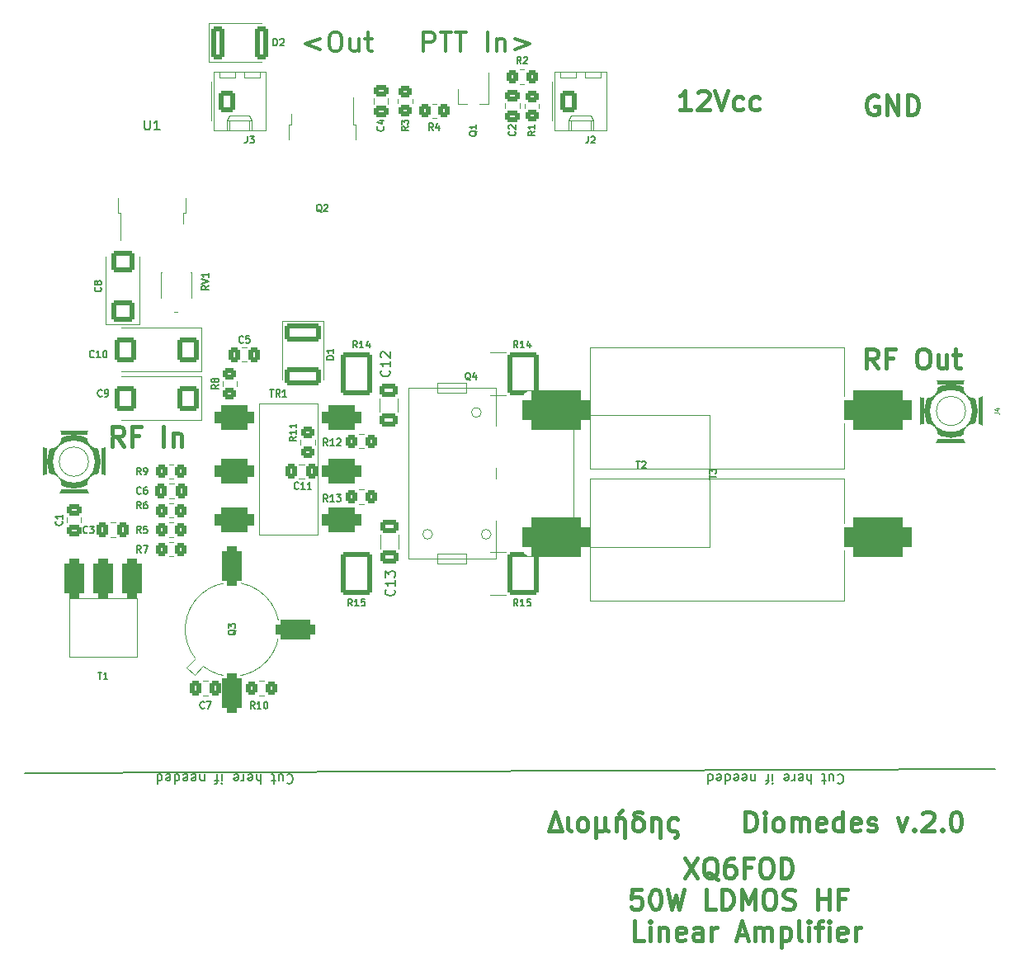
<source format=gto>
G04 #@! TF.GenerationSoftware,KiCad,Pcbnew,(6.0.0)*
G04 #@! TF.CreationDate,2023-02-12T16:32:33+01:00*
G04 #@! TF.ProjectId,Ampli_0_5W,416d706c-695f-4305-9f35-572e6b696361,rev?*
G04 #@! TF.SameCoordinates,Original*
G04 #@! TF.FileFunction,Legend,Top*
G04 #@! TF.FilePolarity,Positive*
%FSLAX46Y46*%
G04 Gerber Fmt 4.6, Leading zero omitted, Abs format (unit mm)*
G04 Created by KiCad (PCBNEW (6.0.0)) date 2023-02-12 16:32:33*
%MOMM*%
%LPD*%
G01*
G04 APERTURE LIST*
G04 Aperture macros list*
%AMRoundRect*
0 Rectangle with rounded corners*
0 $1 Rounding radius*
0 $2 $3 $4 $5 $6 $7 $8 $9 X,Y pos of 4 corners*
0 Add a 4 corners polygon primitive as box body*
4,1,4,$2,$3,$4,$5,$6,$7,$8,$9,$2,$3,0*
0 Add four circle primitives for the rounded corners*
1,1,$1+$1,$2,$3*
1,1,$1+$1,$4,$5*
1,1,$1+$1,$6,$7*
1,1,$1+$1,$8,$9*
0 Add four rect primitives between the rounded corners*
20,1,$1+$1,$2,$3,$4,$5,0*
20,1,$1+$1,$4,$5,$6,$7,0*
20,1,$1+$1,$6,$7,$8,$9,0*
20,1,$1+$1,$8,$9,$2,$3,0*%
G04 Aperture macros list end*
%ADD10C,0.150000*%
%ADD11C,0.375000*%
%ADD12C,0.400000*%
%ADD13C,0.175000*%
%ADD14C,0.100000*%
%ADD15C,0.120000*%
%ADD16C,0.381000*%
%ADD17C,0.099060*%
%ADD18C,1.998980*%
%ADD19C,2.499360*%
%ADD20C,5.600000*%
%ADD21RoundRect,0.250000X0.337500X0.475000X-0.337500X0.475000X-0.337500X-0.475000X0.337500X-0.475000X0*%
%ADD22RoundRect,0.625000X-1.375000X-0.625000X1.375000X-0.625000X1.375000X0.625000X-1.375000X0.625000X0*%
%ADD23RoundRect,0.250000X0.350000X0.450000X-0.350000X0.450000X-0.350000X-0.450000X0.350000X-0.450000X0*%
%ADD24RoundRect,0.250000X-0.337500X-0.475000X0.337500X-0.475000X0.337500X0.475000X-0.337500X0.475000X0*%
%ADD25C,8.000000*%
%ADD26RoundRect,0.500000X0.500000X1.500000X-0.500000X1.500000X-0.500000X-1.500000X0.500000X-1.500000X0*%
%ADD27RoundRect,0.500000X1.500000X-0.500000X1.500000X0.500000X-1.500000X0.500000X-1.500000X-0.500000X0*%
%ADD28R,2.700000X4.320000*%
%ADD29RoundRect,0.250000X-0.400000X-1.450000X0.400000X-1.450000X0.400000X1.450000X-0.400000X1.450000X0*%
%ADD30R,1.200000X2.200000*%
%ADD31R,5.800000X6.400000*%
%ADD32RoundRect,0.250000X0.875000X1.025000X-0.875000X1.025000X-0.875000X-1.025000X0.875000X-1.025000X0*%
%ADD33RoundRect,0.500000X-0.500000X-1.500000X0.500000X-1.500000X0.500000X1.500000X-0.500000X1.500000X0*%
%ADD34RoundRect,0.250000X-0.620000X-0.845000X0.620000X-0.845000X0.620000X0.845000X-0.620000X0.845000X0*%
%ADD35O,1.740000X2.190000*%
%ADD36RoundRect,0.250000X-0.475000X0.337500X-0.475000X-0.337500X0.475000X-0.337500X0.475000X0.337500X0*%
%ADD37R,0.800000X1.900000*%
%ADD38RoundRect,0.250000X0.450000X-0.350000X0.450000X0.350000X-0.450000X0.350000X-0.450000X-0.350000X0*%
%ADD39RoundRect,0.250000X-0.450000X0.350000X-0.450000X-0.350000X0.450000X-0.350000X0.450000X0.350000X0*%
%ADD40RoundRect,0.250000X-1.625000X0.675000X-1.625000X-0.675000X1.625000X-0.675000X1.625000X0.675000X0*%
%ADD41RoundRect,0.250000X1.350000X1.975000X-1.350000X1.975000X-1.350000X-1.975000X1.350000X-1.975000X0*%
%ADD42RoundRect,0.250000X-0.350000X-0.450000X0.350000X-0.450000X0.350000X0.450000X-0.350000X0.450000X0*%
%ADD43RoundRect,0.250000X0.650000X-0.412500X0.650000X0.412500X-0.650000X0.412500X-0.650000X-0.412500X0*%
%ADD44O,4.000000X3.000000*%
%ADD45R,2.500000X2.000000*%
%ADD46R,3.000000X3.000000*%
%ADD47RoundRect,0.250000X0.925000X-0.875000X0.925000X0.875000X-0.925000X0.875000X-0.925000X-0.875000X0*%
%ADD48RoundRect,1.000000X2.500000X-1.000000X2.500000X1.000000X-2.500000X1.000000X-2.500000X-1.000000X0*%
G04 APERTURE END LIST*
D10*
X80000000Y-110000000D02*
X179500000Y-109500000D01*
D11*
X110309523Y-34571428D02*
X108785714Y-35142857D01*
X110309523Y-35714285D01*
X111642857Y-33904761D02*
X112023809Y-33904761D01*
X112214285Y-34000000D01*
X112404761Y-34190476D01*
X112500000Y-34571428D01*
X112500000Y-35238095D01*
X112404761Y-35619047D01*
X112214285Y-35809523D01*
X112023809Y-35904761D01*
X111642857Y-35904761D01*
X111452380Y-35809523D01*
X111261904Y-35619047D01*
X111166666Y-35238095D01*
X111166666Y-34571428D01*
X111261904Y-34190476D01*
X111452380Y-34000000D01*
X111642857Y-33904761D01*
X114214285Y-34571428D02*
X114214285Y-35904761D01*
X113357142Y-34571428D02*
X113357142Y-35619047D01*
X113452380Y-35809523D01*
X113642857Y-35904761D01*
X113928571Y-35904761D01*
X114119047Y-35809523D01*
X114214285Y-35714285D01*
X114880952Y-34571428D02*
X115642857Y-34571428D01*
X115166666Y-33904761D02*
X115166666Y-35619047D01*
X115261904Y-35809523D01*
X115452380Y-35904761D01*
X115642857Y-35904761D01*
X120880952Y-35904761D02*
X120880952Y-33904761D01*
X121642857Y-33904761D01*
X121833333Y-34000000D01*
X121928571Y-34095238D01*
X122023809Y-34285714D01*
X122023809Y-34571428D01*
X121928571Y-34761904D01*
X121833333Y-34857142D01*
X121642857Y-34952380D01*
X120880952Y-34952380D01*
X122595238Y-33904761D02*
X123738095Y-33904761D01*
X123166666Y-35904761D02*
X123166666Y-33904761D01*
X124119047Y-33904761D02*
X125261904Y-33904761D01*
X124690476Y-35904761D02*
X124690476Y-33904761D01*
X127452380Y-35904761D02*
X127452380Y-33904761D01*
X128404761Y-34571428D02*
X128404761Y-35904761D01*
X128404761Y-34761904D02*
X128500000Y-34666666D01*
X128690476Y-34571428D01*
X128976190Y-34571428D01*
X129166666Y-34666666D01*
X129261904Y-34857142D01*
X129261904Y-35904761D01*
X130214285Y-34571428D02*
X131738095Y-35142857D01*
X130214285Y-35714285D01*
D12*
X167476190Y-68404761D02*
X166809523Y-67452380D01*
X166333333Y-68404761D02*
X166333333Y-66404761D01*
X167095238Y-66404761D01*
X167285714Y-66500000D01*
X167380952Y-66595238D01*
X167476190Y-66785714D01*
X167476190Y-67071428D01*
X167380952Y-67261904D01*
X167285714Y-67357142D01*
X167095238Y-67452380D01*
X166333333Y-67452380D01*
X169000000Y-67357142D02*
X168333333Y-67357142D01*
X168333333Y-68404761D02*
X168333333Y-66404761D01*
X169285714Y-66404761D01*
X171952380Y-66404761D02*
X172333333Y-66404761D01*
X172523809Y-66500000D01*
X172714285Y-66690476D01*
X172809523Y-67071428D01*
X172809523Y-67738095D01*
X172714285Y-68119047D01*
X172523809Y-68309523D01*
X172333333Y-68404761D01*
X171952380Y-68404761D01*
X171761904Y-68309523D01*
X171571428Y-68119047D01*
X171476190Y-67738095D01*
X171476190Y-67071428D01*
X171571428Y-66690476D01*
X171761904Y-66500000D01*
X171952380Y-66404761D01*
X174523809Y-67071428D02*
X174523809Y-68404761D01*
X173666666Y-67071428D02*
X173666666Y-68119047D01*
X173761904Y-68309523D01*
X173952380Y-68404761D01*
X174238095Y-68404761D01*
X174428571Y-68309523D01*
X174523809Y-68214285D01*
X175190476Y-67071428D02*
X175952380Y-67071428D01*
X175476190Y-66404761D02*
X175476190Y-68119047D01*
X175571428Y-68309523D01*
X175761904Y-68404761D01*
X175952380Y-68404761D01*
X147666666Y-118684761D02*
X149000000Y-120684761D01*
X149000000Y-118684761D02*
X147666666Y-120684761D01*
X151095238Y-120875238D02*
X150904761Y-120780000D01*
X150714285Y-120589523D01*
X150428571Y-120303809D01*
X150238095Y-120208571D01*
X150047619Y-120208571D01*
X150142857Y-120684761D02*
X149952380Y-120589523D01*
X149761904Y-120399047D01*
X149666666Y-120018095D01*
X149666666Y-119351428D01*
X149761904Y-118970476D01*
X149952380Y-118780000D01*
X150142857Y-118684761D01*
X150523809Y-118684761D01*
X150714285Y-118780000D01*
X150904761Y-118970476D01*
X151000000Y-119351428D01*
X151000000Y-120018095D01*
X150904761Y-120399047D01*
X150714285Y-120589523D01*
X150523809Y-120684761D01*
X150142857Y-120684761D01*
X152714285Y-118684761D02*
X152333333Y-118684761D01*
X152142857Y-118780000D01*
X152047619Y-118875238D01*
X151857142Y-119160952D01*
X151761904Y-119541904D01*
X151761904Y-120303809D01*
X151857142Y-120494285D01*
X151952380Y-120589523D01*
X152142857Y-120684761D01*
X152523809Y-120684761D01*
X152714285Y-120589523D01*
X152809523Y-120494285D01*
X152904761Y-120303809D01*
X152904761Y-119827619D01*
X152809523Y-119637142D01*
X152714285Y-119541904D01*
X152523809Y-119446666D01*
X152142857Y-119446666D01*
X151952380Y-119541904D01*
X151857142Y-119637142D01*
X151761904Y-119827619D01*
X154428571Y-119637142D02*
X153761904Y-119637142D01*
X153761904Y-120684761D02*
X153761904Y-118684761D01*
X154714285Y-118684761D01*
X155857142Y-118684761D02*
X156238095Y-118684761D01*
X156428571Y-118780000D01*
X156619047Y-118970476D01*
X156714285Y-119351428D01*
X156714285Y-120018095D01*
X156619047Y-120399047D01*
X156428571Y-120589523D01*
X156238095Y-120684761D01*
X155857142Y-120684761D01*
X155666666Y-120589523D01*
X155476190Y-120399047D01*
X155380952Y-120018095D01*
X155380952Y-119351428D01*
X155476190Y-118970476D01*
X155666666Y-118780000D01*
X155857142Y-118684761D01*
X157571428Y-120684761D02*
X157571428Y-118684761D01*
X158047619Y-118684761D01*
X158333333Y-118780000D01*
X158523809Y-118970476D01*
X158619047Y-119160952D01*
X158714285Y-119541904D01*
X158714285Y-119827619D01*
X158619047Y-120208571D01*
X158523809Y-120399047D01*
X158333333Y-120589523D01*
X158047619Y-120684761D01*
X157571428Y-120684761D01*
X143238095Y-121904761D02*
X142285714Y-121904761D01*
X142190476Y-122857142D01*
X142285714Y-122761904D01*
X142476190Y-122666666D01*
X142952380Y-122666666D01*
X143142857Y-122761904D01*
X143238095Y-122857142D01*
X143333333Y-123047619D01*
X143333333Y-123523809D01*
X143238095Y-123714285D01*
X143142857Y-123809523D01*
X142952380Y-123904761D01*
X142476190Y-123904761D01*
X142285714Y-123809523D01*
X142190476Y-123714285D01*
X144571428Y-121904761D02*
X144761904Y-121904761D01*
X144952380Y-122000000D01*
X145047619Y-122095238D01*
X145142857Y-122285714D01*
X145238095Y-122666666D01*
X145238095Y-123142857D01*
X145142857Y-123523809D01*
X145047619Y-123714285D01*
X144952380Y-123809523D01*
X144761904Y-123904761D01*
X144571428Y-123904761D01*
X144380952Y-123809523D01*
X144285714Y-123714285D01*
X144190476Y-123523809D01*
X144095238Y-123142857D01*
X144095238Y-122666666D01*
X144190476Y-122285714D01*
X144285714Y-122095238D01*
X144380952Y-122000000D01*
X144571428Y-121904761D01*
X145904761Y-121904761D02*
X146380952Y-123904761D01*
X146761904Y-122476190D01*
X147142857Y-123904761D01*
X147619047Y-121904761D01*
X150857142Y-123904761D02*
X149904761Y-123904761D01*
X149904761Y-121904761D01*
X151523809Y-123904761D02*
X151523809Y-121904761D01*
X152000000Y-121904761D01*
X152285714Y-122000000D01*
X152476190Y-122190476D01*
X152571428Y-122380952D01*
X152666666Y-122761904D01*
X152666666Y-123047619D01*
X152571428Y-123428571D01*
X152476190Y-123619047D01*
X152285714Y-123809523D01*
X152000000Y-123904761D01*
X151523809Y-123904761D01*
X153523809Y-123904761D02*
X153523809Y-121904761D01*
X154190476Y-123333333D01*
X154857142Y-121904761D01*
X154857142Y-123904761D01*
X156190476Y-121904761D02*
X156571428Y-121904761D01*
X156761904Y-122000000D01*
X156952380Y-122190476D01*
X157047619Y-122571428D01*
X157047619Y-123238095D01*
X156952380Y-123619047D01*
X156761904Y-123809523D01*
X156571428Y-123904761D01*
X156190476Y-123904761D01*
X156000000Y-123809523D01*
X155809523Y-123619047D01*
X155714285Y-123238095D01*
X155714285Y-122571428D01*
X155809523Y-122190476D01*
X156000000Y-122000000D01*
X156190476Y-121904761D01*
X157809523Y-123809523D02*
X158095238Y-123904761D01*
X158571428Y-123904761D01*
X158761904Y-123809523D01*
X158857142Y-123714285D01*
X158952380Y-123523809D01*
X158952380Y-123333333D01*
X158857142Y-123142857D01*
X158761904Y-123047619D01*
X158571428Y-122952380D01*
X158190476Y-122857142D01*
X158000000Y-122761904D01*
X157904761Y-122666666D01*
X157809523Y-122476190D01*
X157809523Y-122285714D01*
X157904761Y-122095238D01*
X158000000Y-122000000D01*
X158190476Y-121904761D01*
X158666666Y-121904761D01*
X158952380Y-122000000D01*
X161333333Y-123904761D02*
X161333333Y-121904761D01*
X161333333Y-122857142D02*
X162476190Y-122857142D01*
X162476190Y-123904761D02*
X162476190Y-121904761D01*
X164095238Y-122857142D02*
X163428571Y-122857142D01*
X163428571Y-123904761D02*
X163428571Y-121904761D01*
X164380952Y-121904761D01*
X143476190Y-127124761D02*
X142523809Y-127124761D01*
X142523809Y-125124761D01*
X144142857Y-127124761D02*
X144142857Y-125791428D01*
X144142857Y-125124761D02*
X144047619Y-125220000D01*
X144142857Y-125315238D01*
X144238095Y-125220000D01*
X144142857Y-125124761D01*
X144142857Y-125315238D01*
X145095238Y-125791428D02*
X145095238Y-127124761D01*
X145095238Y-125981904D02*
X145190476Y-125886666D01*
X145380952Y-125791428D01*
X145666666Y-125791428D01*
X145857142Y-125886666D01*
X145952380Y-126077142D01*
X145952380Y-127124761D01*
X147666666Y-127029523D02*
X147476190Y-127124761D01*
X147095238Y-127124761D01*
X146904761Y-127029523D01*
X146809523Y-126839047D01*
X146809523Y-126077142D01*
X146904761Y-125886666D01*
X147095238Y-125791428D01*
X147476190Y-125791428D01*
X147666666Y-125886666D01*
X147761904Y-126077142D01*
X147761904Y-126267619D01*
X146809523Y-126458095D01*
X149476190Y-127124761D02*
X149476190Y-126077142D01*
X149380952Y-125886666D01*
X149190476Y-125791428D01*
X148809523Y-125791428D01*
X148619047Y-125886666D01*
X149476190Y-127029523D02*
X149285714Y-127124761D01*
X148809523Y-127124761D01*
X148619047Y-127029523D01*
X148523809Y-126839047D01*
X148523809Y-126648571D01*
X148619047Y-126458095D01*
X148809523Y-126362857D01*
X149285714Y-126362857D01*
X149476190Y-126267619D01*
X150428571Y-127124761D02*
X150428571Y-125791428D01*
X150428571Y-126172380D02*
X150523809Y-125981904D01*
X150619047Y-125886666D01*
X150809523Y-125791428D01*
X151000000Y-125791428D01*
X153095238Y-126553333D02*
X154047619Y-126553333D01*
X152904761Y-127124761D02*
X153571428Y-125124761D01*
X154238095Y-127124761D01*
X154904761Y-127124761D02*
X154904761Y-125791428D01*
X154904761Y-125981904D02*
X155000000Y-125886666D01*
X155190476Y-125791428D01*
X155476190Y-125791428D01*
X155666666Y-125886666D01*
X155761904Y-126077142D01*
X155761904Y-127124761D01*
X155761904Y-126077142D02*
X155857142Y-125886666D01*
X156047619Y-125791428D01*
X156333333Y-125791428D01*
X156523809Y-125886666D01*
X156619047Y-126077142D01*
X156619047Y-127124761D01*
X157571428Y-125791428D02*
X157571428Y-127791428D01*
X157571428Y-125886666D02*
X157761904Y-125791428D01*
X158142857Y-125791428D01*
X158333333Y-125886666D01*
X158428571Y-125981904D01*
X158523809Y-126172380D01*
X158523809Y-126743809D01*
X158428571Y-126934285D01*
X158333333Y-127029523D01*
X158142857Y-127124761D01*
X157761904Y-127124761D01*
X157571428Y-127029523D01*
X159666666Y-127124761D02*
X159476190Y-127029523D01*
X159380952Y-126839047D01*
X159380952Y-125124761D01*
X160428571Y-127124761D02*
X160428571Y-125791428D01*
X160428571Y-125124761D02*
X160333333Y-125220000D01*
X160428571Y-125315238D01*
X160523809Y-125220000D01*
X160428571Y-125124761D01*
X160428571Y-125315238D01*
X161095238Y-125791428D02*
X161857142Y-125791428D01*
X161380952Y-127124761D02*
X161380952Y-125410476D01*
X161476190Y-125220000D01*
X161666666Y-125124761D01*
X161857142Y-125124761D01*
X162523809Y-127124761D02*
X162523809Y-125791428D01*
X162523809Y-125124761D02*
X162428571Y-125220000D01*
X162523809Y-125315238D01*
X162619047Y-125220000D01*
X162523809Y-125124761D01*
X162523809Y-125315238D01*
X164238095Y-127029523D02*
X164047619Y-127124761D01*
X163666666Y-127124761D01*
X163476190Y-127029523D01*
X163380952Y-126839047D01*
X163380952Y-126077142D01*
X163476190Y-125886666D01*
X163666666Y-125791428D01*
X164047619Y-125791428D01*
X164238095Y-125886666D01*
X164333333Y-126077142D01*
X164333333Y-126267619D01*
X163380952Y-126458095D01*
X165190476Y-127124761D02*
X165190476Y-125791428D01*
X165190476Y-126172380D02*
X165285714Y-125981904D01*
X165380952Y-125886666D01*
X165571428Y-125791428D01*
X165761904Y-125791428D01*
D10*
X106857142Y-110142857D02*
X106904761Y-110095238D01*
X107047619Y-110047619D01*
X107142857Y-110047619D01*
X107285714Y-110095238D01*
X107380952Y-110190476D01*
X107428571Y-110285714D01*
X107476190Y-110476190D01*
X107476190Y-110619047D01*
X107428571Y-110809523D01*
X107380952Y-110904761D01*
X107285714Y-111000000D01*
X107142857Y-111047619D01*
X107047619Y-111047619D01*
X106904761Y-111000000D01*
X106857142Y-110952380D01*
X106000000Y-110714285D02*
X106000000Y-110047619D01*
X106428571Y-110714285D02*
X106428571Y-110190476D01*
X106380952Y-110095238D01*
X106285714Y-110047619D01*
X106142857Y-110047619D01*
X106047619Y-110095238D01*
X106000000Y-110142857D01*
X105666666Y-110714285D02*
X105285714Y-110714285D01*
X105523809Y-111047619D02*
X105523809Y-110190476D01*
X105476190Y-110095238D01*
X105380952Y-110047619D01*
X105285714Y-110047619D01*
X104190476Y-110047619D02*
X104190476Y-111047619D01*
X103761904Y-110047619D02*
X103761904Y-110571428D01*
X103809523Y-110666666D01*
X103904761Y-110714285D01*
X104047619Y-110714285D01*
X104142857Y-110666666D01*
X104190476Y-110619047D01*
X102904761Y-110095238D02*
X103000000Y-110047619D01*
X103190476Y-110047619D01*
X103285714Y-110095238D01*
X103333333Y-110190476D01*
X103333333Y-110571428D01*
X103285714Y-110666666D01*
X103190476Y-110714285D01*
X103000000Y-110714285D01*
X102904761Y-110666666D01*
X102857142Y-110571428D01*
X102857142Y-110476190D01*
X103333333Y-110380952D01*
X102428571Y-110047619D02*
X102428571Y-110714285D01*
X102428571Y-110523809D02*
X102380952Y-110619047D01*
X102333333Y-110666666D01*
X102238095Y-110714285D01*
X102142857Y-110714285D01*
X101428571Y-110095238D02*
X101523809Y-110047619D01*
X101714285Y-110047619D01*
X101809523Y-110095238D01*
X101857142Y-110190476D01*
X101857142Y-110571428D01*
X101809523Y-110666666D01*
X101714285Y-110714285D01*
X101523809Y-110714285D01*
X101428571Y-110666666D01*
X101380952Y-110571428D01*
X101380952Y-110476190D01*
X101857142Y-110380952D01*
X100190476Y-110047619D02*
X100190476Y-110714285D01*
X100190476Y-111047619D02*
X100238095Y-111000000D01*
X100190476Y-110952380D01*
X100142857Y-111000000D01*
X100190476Y-111047619D01*
X100190476Y-110952380D01*
X99857142Y-110714285D02*
X99476190Y-110714285D01*
X99714285Y-110047619D02*
X99714285Y-110904761D01*
X99666666Y-111000000D01*
X99571428Y-111047619D01*
X99476190Y-111047619D01*
X98380952Y-110714285D02*
X98380952Y-110047619D01*
X98380952Y-110619047D02*
X98333333Y-110666666D01*
X98238095Y-110714285D01*
X98095238Y-110714285D01*
X98000000Y-110666666D01*
X97952380Y-110571428D01*
X97952380Y-110047619D01*
X97095238Y-110095238D02*
X97190476Y-110047619D01*
X97380952Y-110047619D01*
X97476190Y-110095238D01*
X97523809Y-110190476D01*
X97523809Y-110571428D01*
X97476190Y-110666666D01*
X97380952Y-110714285D01*
X97190476Y-110714285D01*
X97095238Y-110666666D01*
X97047619Y-110571428D01*
X97047619Y-110476190D01*
X97523809Y-110380952D01*
X96238095Y-110095238D02*
X96333333Y-110047619D01*
X96523809Y-110047619D01*
X96619047Y-110095238D01*
X96666666Y-110190476D01*
X96666666Y-110571428D01*
X96619047Y-110666666D01*
X96523809Y-110714285D01*
X96333333Y-110714285D01*
X96238095Y-110666666D01*
X96190476Y-110571428D01*
X96190476Y-110476190D01*
X96666666Y-110380952D01*
X95333333Y-110047619D02*
X95333333Y-111047619D01*
X95333333Y-110095238D02*
X95428571Y-110047619D01*
X95619047Y-110047619D01*
X95714285Y-110095238D01*
X95761904Y-110142857D01*
X95809523Y-110238095D01*
X95809523Y-110523809D01*
X95761904Y-110619047D01*
X95714285Y-110666666D01*
X95619047Y-110714285D01*
X95428571Y-110714285D01*
X95333333Y-110666666D01*
X94476190Y-110095238D02*
X94571428Y-110047619D01*
X94761904Y-110047619D01*
X94857142Y-110095238D01*
X94904761Y-110190476D01*
X94904761Y-110571428D01*
X94857142Y-110666666D01*
X94761904Y-110714285D01*
X94571428Y-110714285D01*
X94476190Y-110666666D01*
X94428571Y-110571428D01*
X94428571Y-110476190D01*
X94904761Y-110380952D01*
X93571428Y-110047619D02*
X93571428Y-111047619D01*
X93571428Y-110095238D02*
X93666666Y-110047619D01*
X93857142Y-110047619D01*
X93952380Y-110095238D01*
X94000000Y-110142857D01*
X94047619Y-110238095D01*
X94047619Y-110523809D01*
X94000000Y-110619047D01*
X93952380Y-110666666D01*
X93857142Y-110714285D01*
X93666666Y-110714285D01*
X93571428Y-110666666D01*
X114050000Y-66316666D02*
X113816666Y-65983333D01*
X113650000Y-66316666D02*
X113650000Y-65616666D01*
X113916666Y-65616666D01*
X113983333Y-65650000D01*
X114016666Y-65683333D01*
X114050000Y-65750000D01*
X114050000Y-65850000D01*
X114016666Y-65916666D01*
X113983333Y-65950000D01*
X113916666Y-65983333D01*
X113650000Y-65983333D01*
X114716666Y-66316666D02*
X114316666Y-66316666D01*
X114516666Y-66316666D02*
X114516666Y-65616666D01*
X114450000Y-65716666D01*
X114383333Y-65783333D01*
X114316666Y-65816666D01*
X115316666Y-65850000D02*
X115316666Y-66316666D01*
X115150000Y-65583333D02*
X114983333Y-66083333D01*
X115416666Y-66083333D01*
D12*
X90119047Y-76404761D02*
X89452380Y-75452380D01*
X88976190Y-76404761D02*
X88976190Y-74404761D01*
X89738095Y-74404761D01*
X89928571Y-74500000D01*
X90023809Y-74595238D01*
X90119047Y-74785714D01*
X90119047Y-75071428D01*
X90023809Y-75261904D01*
X89928571Y-75357142D01*
X89738095Y-75452380D01*
X88976190Y-75452380D01*
X91642857Y-75357142D02*
X90976190Y-75357142D01*
X90976190Y-76404761D02*
X90976190Y-74404761D01*
X91928571Y-74404761D01*
X94214285Y-76404761D02*
X94214285Y-74404761D01*
X95166666Y-75071428D02*
X95166666Y-76404761D01*
X95166666Y-75261904D02*
X95261904Y-75166666D01*
X95452380Y-75071428D01*
X95738095Y-75071428D01*
X95928571Y-75166666D01*
X96023809Y-75357142D01*
X96023809Y-76404761D01*
X148297619Y-41904761D02*
X147154761Y-41904761D01*
X147726190Y-41904761D02*
X147726190Y-39904761D01*
X147535714Y-40190476D01*
X147345238Y-40380952D01*
X147154761Y-40476190D01*
X149059523Y-40095238D02*
X149154761Y-40000000D01*
X149345238Y-39904761D01*
X149821428Y-39904761D01*
X150011904Y-40000000D01*
X150107142Y-40095238D01*
X150202380Y-40285714D01*
X150202380Y-40476190D01*
X150107142Y-40761904D01*
X148964285Y-41904761D01*
X150202380Y-41904761D01*
X150773809Y-39904761D02*
X151440476Y-41904761D01*
X152107142Y-39904761D01*
X153630952Y-41809523D02*
X153440476Y-41904761D01*
X153059523Y-41904761D01*
X152869047Y-41809523D01*
X152773809Y-41714285D01*
X152678571Y-41523809D01*
X152678571Y-40952380D01*
X152773809Y-40761904D01*
X152869047Y-40666666D01*
X153059523Y-40571428D01*
X153440476Y-40571428D01*
X153630952Y-40666666D01*
X155345238Y-41809523D02*
X155154761Y-41904761D01*
X154773809Y-41904761D01*
X154583333Y-41809523D01*
X154488095Y-41714285D01*
X154392857Y-41523809D01*
X154392857Y-40952380D01*
X154488095Y-40761904D01*
X154583333Y-40666666D01*
X154773809Y-40571428D01*
X155154761Y-40571428D01*
X155345238Y-40666666D01*
D10*
X113550000Y-92816666D02*
X113316666Y-92483333D01*
X113150000Y-92816666D02*
X113150000Y-92116666D01*
X113416666Y-92116666D01*
X113483333Y-92150000D01*
X113516666Y-92183333D01*
X113550000Y-92250000D01*
X113550000Y-92350000D01*
X113516666Y-92416666D01*
X113483333Y-92450000D01*
X113416666Y-92483333D01*
X113150000Y-92483333D01*
X114216666Y-92816666D02*
X113816666Y-92816666D01*
X114016666Y-92816666D02*
X114016666Y-92116666D01*
X113950000Y-92216666D01*
X113883333Y-92283333D01*
X113816666Y-92316666D01*
X114850000Y-92116666D02*
X114516666Y-92116666D01*
X114483333Y-92450000D01*
X114516666Y-92416666D01*
X114583333Y-92383333D01*
X114750000Y-92383333D01*
X114816666Y-92416666D01*
X114850000Y-92450000D01*
X114883333Y-92516666D01*
X114883333Y-92683333D01*
X114850000Y-92750000D01*
X114816666Y-92783333D01*
X114750000Y-92816666D01*
X114583333Y-92816666D01*
X114516666Y-92783333D01*
X114483333Y-92750000D01*
D12*
X133714285Y-115904761D02*
X134380952Y-113904761D01*
X135047619Y-115904761D01*
X133714285Y-115904761D01*
X135714285Y-114571428D02*
X135714285Y-115619047D01*
X135809523Y-115809523D01*
X136000000Y-115904761D01*
X137047619Y-115904761D02*
X136857142Y-115809523D01*
X136761904Y-115714285D01*
X136666666Y-115523809D01*
X136666666Y-114952380D01*
X136761904Y-114761904D01*
X136857142Y-114666666D01*
X137047619Y-114571428D01*
X137333333Y-114571428D01*
X137523809Y-114666666D01*
X137619047Y-114761904D01*
X137714285Y-114952380D01*
X137714285Y-115523809D01*
X137619047Y-115714285D01*
X137523809Y-115809523D01*
X137333333Y-115904761D01*
X137047619Y-115904761D01*
X138571428Y-114571428D02*
X138571428Y-116571428D01*
X139523809Y-115619047D02*
X139619047Y-115809523D01*
X139809523Y-115904761D01*
X138571428Y-115619047D02*
X138666666Y-115809523D01*
X138857142Y-115904761D01*
X139238095Y-115904761D01*
X139428571Y-115809523D01*
X139523809Y-115619047D01*
X139523809Y-114571428D01*
X140666666Y-114571428D02*
X140666666Y-115904761D01*
X140666666Y-114761904D02*
X140761904Y-114666666D01*
X140952380Y-114571428D01*
X141238095Y-114571428D01*
X141428571Y-114666666D01*
X141523809Y-114857142D01*
X141523809Y-116571428D01*
X141238095Y-113809523D02*
X140952380Y-114095238D01*
X143047619Y-114571428D02*
X142761904Y-114571428D01*
X142571428Y-114666666D01*
X142476190Y-114761904D01*
X142380952Y-114952380D01*
X142380952Y-115523809D01*
X142476190Y-115714285D01*
X142571428Y-115809523D01*
X142761904Y-115904761D01*
X143047619Y-115904761D01*
X143238095Y-115809523D01*
X143333333Y-115714285D01*
X143428571Y-115523809D01*
X143428571Y-114952380D01*
X143333333Y-114761904D01*
X143238095Y-114666666D01*
X143047619Y-114571428D01*
X142761904Y-114476190D01*
X142571428Y-114380952D01*
X142476190Y-114190476D01*
X142571428Y-114000000D01*
X142761904Y-113904761D01*
X143142857Y-113904761D01*
X143333333Y-114000000D01*
X144285714Y-114571428D02*
X144285714Y-115904761D01*
X144285714Y-114761904D02*
X144380952Y-114666666D01*
X144571428Y-114571428D01*
X144857142Y-114571428D01*
X145047619Y-114666666D01*
X145142857Y-114857142D01*
X145142857Y-116571428D01*
X146952380Y-114666666D02*
X146761904Y-114571428D01*
X146380952Y-114571428D01*
X146190476Y-114666666D01*
X146095238Y-114761904D01*
X146000000Y-114952380D01*
X146000000Y-115523809D01*
X146095238Y-115714285D01*
X146190476Y-115809523D01*
X146380952Y-115904761D01*
X146666666Y-115904761D01*
X146857142Y-116000000D01*
X146952380Y-116190476D01*
X146952380Y-116285714D01*
X146857142Y-116476190D01*
X146666666Y-116571428D01*
X153904761Y-115904761D02*
X153904761Y-113904761D01*
X154380952Y-113904761D01*
X154666666Y-114000000D01*
X154857142Y-114190476D01*
X154952380Y-114380952D01*
X155047619Y-114761904D01*
X155047619Y-115047619D01*
X154952380Y-115428571D01*
X154857142Y-115619047D01*
X154666666Y-115809523D01*
X154380952Y-115904761D01*
X153904761Y-115904761D01*
X155904761Y-115904761D02*
X155904761Y-114571428D01*
X155904761Y-113904761D02*
X155809523Y-114000000D01*
X155904761Y-114095238D01*
X156000000Y-114000000D01*
X155904761Y-113904761D01*
X155904761Y-114095238D01*
X157142857Y-115904761D02*
X156952380Y-115809523D01*
X156857142Y-115714285D01*
X156761904Y-115523809D01*
X156761904Y-114952380D01*
X156857142Y-114761904D01*
X156952380Y-114666666D01*
X157142857Y-114571428D01*
X157428571Y-114571428D01*
X157619047Y-114666666D01*
X157714285Y-114761904D01*
X157809523Y-114952380D01*
X157809523Y-115523809D01*
X157714285Y-115714285D01*
X157619047Y-115809523D01*
X157428571Y-115904761D01*
X157142857Y-115904761D01*
X158666666Y-115904761D02*
X158666666Y-114571428D01*
X158666666Y-114761904D02*
X158761904Y-114666666D01*
X158952380Y-114571428D01*
X159238095Y-114571428D01*
X159428571Y-114666666D01*
X159523809Y-114857142D01*
X159523809Y-115904761D01*
X159523809Y-114857142D02*
X159619047Y-114666666D01*
X159809523Y-114571428D01*
X160095238Y-114571428D01*
X160285714Y-114666666D01*
X160380952Y-114857142D01*
X160380952Y-115904761D01*
X162095238Y-115809523D02*
X161904761Y-115904761D01*
X161523809Y-115904761D01*
X161333333Y-115809523D01*
X161238095Y-115619047D01*
X161238095Y-114857142D01*
X161333333Y-114666666D01*
X161523809Y-114571428D01*
X161904761Y-114571428D01*
X162095238Y-114666666D01*
X162190476Y-114857142D01*
X162190476Y-115047619D01*
X161238095Y-115238095D01*
X163904761Y-115904761D02*
X163904761Y-113904761D01*
X163904761Y-115809523D02*
X163714285Y-115904761D01*
X163333333Y-115904761D01*
X163142857Y-115809523D01*
X163047619Y-115714285D01*
X162952380Y-115523809D01*
X162952380Y-114952380D01*
X163047619Y-114761904D01*
X163142857Y-114666666D01*
X163333333Y-114571428D01*
X163714285Y-114571428D01*
X163904761Y-114666666D01*
X165619047Y-115809523D02*
X165428571Y-115904761D01*
X165047619Y-115904761D01*
X164857142Y-115809523D01*
X164761904Y-115619047D01*
X164761904Y-114857142D01*
X164857142Y-114666666D01*
X165047619Y-114571428D01*
X165428571Y-114571428D01*
X165619047Y-114666666D01*
X165714285Y-114857142D01*
X165714285Y-115047619D01*
X164761904Y-115238095D01*
X166476190Y-115809523D02*
X166666666Y-115904761D01*
X167047619Y-115904761D01*
X167238095Y-115809523D01*
X167333333Y-115619047D01*
X167333333Y-115523809D01*
X167238095Y-115333333D01*
X167047619Y-115238095D01*
X166761904Y-115238095D01*
X166571428Y-115142857D01*
X166476190Y-114952380D01*
X166476190Y-114857142D01*
X166571428Y-114666666D01*
X166761904Y-114571428D01*
X167047619Y-114571428D01*
X167238095Y-114666666D01*
X169523809Y-114571428D02*
X170000000Y-115904761D01*
X170476190Y-114571428D01*
X171238095Y-115714285D02*
X171333333Y-115809523D01*
X171238095Y-115904761D01*
X171142857Y-115809523D01*
X171238095Y-115714285D01*
X171238095Y-115904761D01*
X172095238Y-114095238D02*
X172190476Y-114000000D01*
X172380952Y-113904761D01*
X172857142Y-113904761D01*
X173047619Y-114000000D01*
X173142857Y-114095238D01*
X173238095Y-114285714D01*
X173238095Y-114476190D01*
X173142857Y-114761904D01*
X172000000Y-115904761D01*
X173238095Y-115904761D01*
X174095238Y-115714285D02*
X174190476Y-115809523D01*
X174095238Y-115904761D01*
X174000000Y-115809523D01*
X174095238Y-115714285D01*
X174095238Y-115904761D01*
X175428571Y-113904761D02*
X175619047Y-113904761D01*
X175809523Y-114000000D01*
X175904761Y-114095238D01*
X176000000Y-114285714D01*
X176095238Y-114666666D01*
X176095238Y-115142857D01*
X176000000Y-115523809D01*
X175904761Y-115714285D01*
X175809523Y-115809523D01*
X175619047Y-115904761D01*
X175428571Y-115904761D01*
X175238095Y-115809523D01*
X175142857Y-115714285D01*
X175047619Y-115523809D01*
X174952380Y-115142857D01*
X174952380Y-114666666D01*
X175047619Y-114285714D01*
X175142857Y-114095238D01*
X175238095Y-114000000D01*
X175428571Y-113904761D01*
D10*
X163357142Y-110142857D02*
X163404761Y-110095238D01*
X163547619Y-110047619D01*
X163642857Y-110047619D01*
X163785714Y-110095238D01*
X163880952Y-110190476D01*
X163928571Y-110285714D01*
X163976190Y-110476190D01*
X163976190Y-110619047D01*
X163928571Y-110809523D01*
X163880952Y-110904761D01*
X163785714Y-111000000D01*
X163642857Y-111047619D01*
X163547619Y-111047619D01*
X163404761Y-111000000D01*
X163357142Y-110952380D01*
X162500000Y-110714285D02*
X162500000Y-110047619D01*
X162928571Y-110714285D02*
X162928571Y-110190476D01*
X162880952Y-110095238D01*
X162785714Y-110047619D01*
X162642857Y-110047619D01*
X162547619Y-110095238D01*
X162500000Y-110142857D01*
X162166666Y-110714285D02*
X161785714Y-110714285D01*
X162023809Y-111047619D02*
X162023809Y-110190476D01*
X161976190Y-110095238D01*
X161880952Y-110047619D01*
X161785714Y-110047619D01*
X160690476Y-110047619D02*
X160690476Y-111047619D01*
X160261904Y-110047619D02*
X160261904Y-110571428D01*
X160309523Y-110666666D01*
X160404761Y-110714285D01*
X160547619Y-110714285D01*
X160642857Y-110666666D01*
X160690476Y-110619047D01*
X159404761Y-110095238D02*
X159500000Y-110047619D01*
X159690476Y-110047619D01*
X159785714Y-110095238D01*
X159833333Y-110190476D01*
X159833333Y-110571428D01*
X159785714Y-110666666D01*
X159690476Y-110714285D01*
X159500000Y-110714285D01*
X159404761Y-110666666D01*
X159357142Y-110571428D01*
X159357142Y-110476190D01*
X159833333Y-110380952D01*
X158928571Y-110047619D02*
X158928571Y-110714285D01*
X158928571Y-110523809D02*
X158880952Y-110619047D01*
X158833333Y-110666666D01*
X158738095Y-110714285D01*
X158642857Y-110714285D01*
X157928571Y-110095238D02*
X158023809Y-110047619D01*
X158214285Y-110047619D01*
X158309523Y-110095238D01*
X158357142Y-110190476D01*
X158357142Y-110571428D01*
X158309523Y-110666666D01*
X158214285Y-110714285D01*
X158023809Y-110714285D01*
X157928571Y-110666666D01*
X157880952Y-110571428D01*
X157880952Y-110476190D01*
X158357142Y-110380952D01*
X156690476Y-110047619D02*
X156690476Y-110714285D01*
X156690476Y-111047619D02*
X156738095Y-111000000D01*
X156690476Y-110952380D01*
X156642857Y-111000000D01*
X156690476Y-111047619D01*
X156690476Y-110952380D01*
X156357142Y-110714285D02*
X155976190Y-110714285D01*
X156214285Y-110047619D02*
X156214285Y-110904761D01*
X156166666Y-111000000D01*
X156071428Y-111047619D01*
X155976190Y-111047619D01*
X154880952Y-110714285D02*
X154880952Y-110047619D01*
X154880952Y-110619047D02*
X154833333Y-110666666D01*
X154738095Y-110714285D01*
X154595238Y-110714285D01*
X154500000Y-110666666D01*
X154452380Y-110571428D01*
X154452380Y-110047619D01*
X153595238Y-110095238D02*
X153690476Y-110047619D01*
X153880952Y-110047619D01*
X153976190Y-110095238D01*
X154023809Y-110190476D01*
X154023809Y-110571428D01*
X153976190Y-110666666D01*
X153880952Y-110714285D01*
X153690476Y-110714285D01*
X153595238Y-110666666D01*
X153547619Y-110571428D01*
X153547619Y-110476190D01*
X154023809Y-110380952D01*
X152738095Y-110095238D02*
X152833333Y-110047619D01*
X153023809Y-110047619D01*
X153119047Y-110095238D01*
X153166666Y-110190476D01*
X153166666Y-110571428D01*
X153119047Y-110666666D01*
X153023809Y-110714285D01*
X152833333Y-110714285D01*
X152738095Y-110666666D01*
X152690476Y-110571428D01*
X152690476Y-110476190D01*
X153166666Y-110380952D01*
X151833333Y-110047619D02*
X151833333Y-111047619D01*
X151833333Y-110095238D02*
X151928571Y-110047619D01*
X152119047Y-110047619D01*
X152214285Y-110095238D01*
X152261904Y-110142857D01*
X152309523Y-110238095D01*
X152309523Y-110523809D01*
X152261904Y-110619047D01*
X152214285Y-110666666D01*
X152119047Y-110714285D01*
X151928571Y-110714285D01*
X151833333Y-110666666D01*
X150976190Y-110095238D02*
X151071428Y-110047619D01*
X151261904Y-110047619D01*
X151357142Y-110095238D01*
X151404761Y-110190476D01*
X151404761Y-110571428D01*
X151357142Y-110666666D01*
X151261904Y-110714285D01*
X151071428Y-110714285D01*
X150976190Y-110666666D01*
X150928571Y-110571428D01*
X150928571Y-110476190D01*
X151404761Y-110380952D01*
X150071428Y-110047619D02*
X150071428Y-111047619D01*
X150071428Y-110095238D02*
X150166666Y-110047619D01*
X150357142Y-110047619D01*
X150452380Y-110095238D01*
X150500000Y-110142857D01*
X150547619Y-110238095D01*
X150547619Y-110523809D01*
X150500000Y-110619047D01*
X150452380Y-110666666D01*
X150357142Y-110714285D01*
X150166666Y-110714285D01*
X150071428Y-110666666D01*
D12*
X167476190Y-40500000D02*
X167285714Y-40404761D01*
X167000000Y-40404761D01*
X166714285Y-40500000D01*
X166523809Y-40690476D01*
X166428571Y-40880952D01*
X166333333Y-41261904D01*
X166333333Y-41547619D01*
X166428571Y-41928571D01*
X166523809Y-42119047D01*
X166714285Y-42309523D01*
X167000000Y-42404761D01*
X167190476Y-42404761D01*
X167476190Y-42309523D01*
X167571428Y-42214285D01*
X167571428Y-41547619D01*
X167190476Y-41547619D01*
X168428571Y-42404761D02*
X168428571Y-40404761D01*
X169571428Y-42404761D01*
X169571428Y-40404761D01*
X170523809Y-42404761D02*
X170523809Y-40404761D01*
X171000000Y-40404761D01*
X171285714Y-40500000D01*
X171476190Y-40690476D01*
X171571428Y-40880952D01*
X171666666Y-41261904D01*
X171666666Y-41547619D01*
X171571428Y-41928571D01*
X171476190Y-42119047D01*
X171285714Y-42309523D01*
X171000000Y-42404761D01*
X170523809Y-42404761D01*
D10*
X91883333Y-81250000D02*
X91850000Y-81283333D01*
X91750000Y-81316666D01*
X91683333Y-81316666D01*
X91583333Y-81283333D01*
X91516666Y-81216666D01*
X91483333Y-81150000D01*
X91450000Y-81016666D01*
X91450000Y-80916666D01*
X91483333Y-80783333D01*
X91516666Y-80716666D01*
X91583333Y-80650000D01*
X91683333Y-80616666D01*
X91750000Y-80616666D01*
X91850000Y-80650000D01*
X91883333Y-80683333D01*
X92483333Y-80616666D02*
X92350000Y-80616666D01*
X92283333Y-80650000D01*
X92250000Y-80683333D01*
X92183333Y-80783333D01*
X92150000Y-80916666D01*
X92150000Y-81183333D01*
X92183333Y-81250000D01*
X92216666Y-81283333D01*
X92283333Y-81316666D01*
X92416666Y-81316666D01*
X92483333Y-81283333D01*
X92516666Y-81250000D01*
X92550000Y-81183333D01*
X92550000Y-81016666D01*
X92516666Y-80950000D01*
X92483333Y-80916666D01*
X92416666Y-80883333D01*
X92283333Y-80883333D01*
X92216666Y-80916666D01*
X92183333Y-80950000D01*
X92150000Y-81016666D01*
D13*
X105116666Y-70616666D02*
X105516666Y-70616666D01*
X105316666Y-71316666D02*
X105316666Y-70616666D01*
X106150000Y-71316666D02*
X105916666Y-70983333D01*
X105750000Y-71316666D02*
X105750000Y-70616666D01*
X106016666Y-70616666D01*
X106083333Y-70650000D01*
X106116666Y-70683333D01*
X106150000Y-70750000D01*
X106150000Y-70850000D01*
X106116666Y-70916666D01*
X106083333Y-70950000D01*
X106016666Y-70983333D01*
X105750000Y-70983333D01*
X106816666Y-71316666D02*
X106416666Y-71316666D01*
X106616666Y-71316666D02*
X106616666Y-70616666D01*
X106550000Y-70716666D01*
X106483333Y-70783333D01*
X106416666Y-70816666D01*
D10*
X111050000Y-76316666D02*
X110816666Y-75983333D01*
X110650000Y-76316666D02*
X110650000Y-75616666D01*
X110916666Y-75616666D01*
X110983333Y-75650000D01*
X111016666Y-75683333D01*
X111050000Y-75750000D01*
X111050000Y-75850000D01*
X111016666Y-75916666D01*
X110983333Y-75950000D01*
X110916666Y-75983333D01*
X110650000Y-75983333D01*
X111716666Y-76316666D02*
X111316666Y-76316666D01*
X111516666Y-76316666D02*
X111516666Y-75616666D01*
X111450000Y-75716666D01*
X111383333Y-75783333D01*
X111316666Y-75816666D01*
X111983333Y-75683333D02*
X112016666Y-75650000D01*
X112083333Y-75616666D01*
X112250000Y-75616666D01*
X112316666Y-75650000D01*
X112350000Y-75683333D01*
X112383333Y-75750000D01*
X112383333Y-75816666D01*
X112350000Y-75916666D01*
X111950000Y-76316666D01*
X112383333Y-76316666D01*
X98383333Y-103250000D02*
X98350000Y-103283333D01*
X98250000Y-103316666D01*
X98183333Y-103316666D01*
X98083333Y-103283333D01*
X98016666Y-103216666D01*
X97983333Y-103150000D01*
X97950000Y-103016666D01*
X97950000Y-102916666D01*
X97983333Y-102783333D01*
X98016666Y-102716666D01*
X98083333Y-102650000D01*
X98183333Y-102616666D01*
X98250000Y-102616666D01*
X98350000Y-102650000D01*
X98383333Y-102683333D01*
X98616666Y-102616666D02*
X99083333Y-102616666D01*
X98783333Y-103316666D01*
X91883333Y-82816666D02*
X91650000Y-82483333D01*
X91483333Y-82816666D02*
X91483333Y-82116666D01*
X91750000Y-82116666D01*
X91816666Y-82150000D01*
X91850000Y-82183333D01*
X91883333Y-82250000D01*
X91883333Y-82350000D01*
X91850000Y-82416666D01*
X91816666Y-82450000D01*
X91750000Y-82483333D01*
X91483333Y-82483333D01*
X92483333Y-82116666D02*
X92350000Y-82116666D01*
X92283333Y-82150000D01*
X92250000Y-82183333D01*
X92183333Y-82283333D01*
X92150000Y-82416666D01*
X92150000Y-82683333D01*
X92183333Y-82750000D01*
X92216666Y-82783333D01*
X92283333Y-82816666D01*
X92416666Y-82816666D01*
X92483333Y-82783333D01*
X92516666Y-82750000D01*
X92550000Y-82683333D01*
X92550000Y-82516666D01*
X92516666Y-82450000D01*
X92483333Y-82416666D01*
X92416666Y-82383333D01*
X92283333Y-82383333D01*
X92216666Y-82416666D01*
X92183333Y-82450000D01*
X92150000Y-82516666D01*
X101633333Y-95276666D02*
X101600000Y-95343333D01*
X101533333Y-95410000D01*
X101433333Y-95510000D01*
X101400000Y-95576666D01*
X101400000Y-95643333D01*
X101566666Y-95610000D02*
X101533333Y-95676666D01*
X101466666Y-95743333D01*
X101333333Y-95776666D01*
X101100000Y-95776666D01*
X100966666Y-95743333D01*
X100900000Y-95676666D01*
X100866666Y-95610000D01*
X100866666Y-95476666D01*
X100900000Y-95410000D01*
X100966666Y-95343333D01*
X101100000Y-95310000D01*
X101333333Y-95310000D01*
X101466666Y-95343333D01*
X101533333Y-95410000D01*
X101566666Y-95476666D01*
X101566666Y-95610000D01*
X100866666Y-95076666D02*
X100866666Y-94643333D01*
X101133333Y-94876666D01*
X101133333Y-94776666D01*
X101166666Y-94710000D01*
X101200000Y-94676666D01*
X101266666Y-94643333D01*
X101433333Y-94643333D01*
X101500000Y-94676666D01*
X101533333Y-94710000D01*
X101566666Y-94776666D01*
X101566666Y-94976666D01*
X101533333Y-95043333D01*
X101500000Y-95076666D01*
D13*
X125683333Y-69633333D02*
X125616666Y-69600000D01*
X125550000Y-69533333D01*
X125450000Y-69433333D01*
X125383333Y-69400000D01*
X125316666Y-69400000D01*
X125350000Y-69566666D02*
X125283333Y-69533333D01*
X125216666Y-69466666D01*
X125183333Y-69333333D01*
X125183333Y-69100000D01*
X125216666Y-68966666D01*
X125283333Y-68900000D01*
X125350000Y-68866666D01*
X125483333Y-68866666D01*
X125550000Y-68900000D01*
X125616666Y-68966666D01*
X125650000Y-69100000D01*
X125650000Y-69333333D01*
X125616666Y-69466666D01*
X125550000Y-69533333D01*
X125483333Y-69566666D01*
X125350000Y-69566666D01*
X126250000Y-69100000D02*
X126250000Y-69566666D01*
X126083333Y-68833333D02*
X125916666Y-69333333D01*
X126350000Y-69333333D01*
D10*
X105483333Y-35316666D02*
X105483333Y-34616666D01*
X105650000Y-34616666D01*
X105750000Y-34650000D01*
X105816666Y-34716666D01*
X105850000Y-34783333D01*
X105883333Y-34916666D01*
X105883333Y-35016666D01*
X105850000Y-35150000D01*
X105816666Y-35216666D01*
X105750000Y-35283333D01*
X105650000Y-35316666D01*
X105483333Y-35316666D01*
X106150000Y-34683333D02*
X106183333Y-34650000D01*
X106250000Y-34616666D01*
X106416666Y-34616666D01*
X106483333Y-34650000D01*
X106516666Y-34683333D01*
X106550000Y-34750000D01*
X106550000Y-34816666D01*
X106516666Y-34916666D01*
X106116666Y-35316666D01*
X106550000Y-35316666D01*
X92238095Y-42952380D02*
X92238095Y-43761904D01*
X92285714Y-43857142D01*
X92333333Y-43904761D01*
X92428571Y-43952380D01*
X92619047Y-43952380D01*
X92714285Y-43904761D01*
X92761904Y-43857142D01*
X92809523Y-43761904D01*
X92809523Y-42952380D01*
X93809523Y-43952380D02*
X93238095Y-43952380D01*
X93523809Y-43952380D02*
X93523809Y-42952380D01*
X93428571Y-43095238D01*
X93333333Y-43190476D01*
X93238095Y-43238095D01*
X87883333Y-71250000D02*
X87850000Y-71283333D01*
X87750000Y-71316666D01*
X87683333Y-71316666D01*
X87583333Y-71283333D01*
X87516666Y-71216666D01*
X87483333Y-71150000D01*
X87450000Y-71016666D01*
X87450000Y-70916666D01*
X87483333Y-70783333D01*
X87516666Y-70716666D01*
X87583333Y-70650000D01*
X87683333Y-70616666D01*
X87750000Y-70616666D01*
X87850000Y-70650000D01*
X87883333Y-70683333D01*
X88216666Y-71316666D02*
X88350000Y-71316666D01*
X88416666Y-71283333D01*
X88450000Y-71250000D01*
X88516666Y-71150000D01*
X88550000Y-71016666D01*
X88550000Y-70750000D01*
X88516666Y-70683333D01*
X88483333Y-70650000D01*
X88416666Y-70616666D01*
X88283333Y-70616666D01*
X88216666Y-70650000D01*
X88183333Y-70683333D01*
X88150000Y-70750000D01*
X88150000Y-70916666D01*
X88183333Y-70983333D01*
X88216666Y-71016666D01*
X88283333Y-71050000D01*
X88416666Y-71050000D01*
X88483333Y-71016666D01*
X88516666Y-70983333D01*
X88550000Y-70916666D01*
D13*
X87466666Y-99616666D02*
X87866666Y-99616666D01*
X87666666Y-100316666D02*
X87666666Y-99616666D01*
X88466666Y-100316666D02*
X88066666Y-100316666D01*
X88266666Y-100316666D02*
X88266666Y-99616666D01*
X88200000Y-99716666D01*
X88133333Y-99783333D01*
X88066666Y-99816666D01*
D10*
X102786666Y-44616666D02*
X102786666Y-45116666D01*
X102753333Y-45216666D01*
X102686666Y-45283333D01*
X102586666Y-45316666D01*
X102520000Y-45316666D01*
X103053333Y-44616666D02*
X103486666Y-44616666D01*
X103253333Y-44883333D01*
X103353333Y-44883333D01*
X103420000Y-44916666D01*
X103453333Y-44950000D01*
X103486666Y-45016666D01*
X103486666Y-45183333D01*
X103453333Y-45250000D01*
X103420000Y-45283333D01*
X103353333Y-45316666D01*
X103153333Y-45316666D01*
X103086666Y-45283333D01*
X103053333Y-45250000D01*
X108050000Y-80750000D02*
X108016666Y-80783333D01*
X107916666Y-80816666D01*
X107850000Y-80816666D01*
X107750000Y-80783333D01*
X107683333Y-80716666D01*
X107650000Y-80650000D01*
X107616666Y-80516666D01*
X107616666Y-80416666D01*
X107650000Y-80283333D01*
X107683333Y-80216666D01*
X107750000Y-80150000D01*
X107850000Y-80116666D01*
X107916666Y-80116666D01*
X108016666Y-80150000D01*
X108050000Y-80183333D01*
X108716666Y-80816666D02*
X108316666Y-80816666D01*
X108516666Y-80816666D02*
X108516666Y-80116666D01*
X108450000Y-80216666D01*
X108383333Y-80283333D01*
X108316666Y-80316666D01*
X109383333Y-80816666D02*
X108983333Y-80816666D01*
X109183333Y-80816666D02*
X109183333Y-80116666D01*
X109116666Y-80216666D01*
X109050000Y-80283333D01*
X108983333Y-80316666D01*
X130250000Y-44116666D02*
X130283333Y-44150000D01*
X130316666Y-44250000D01*
X130316666Y-44316666D01*
X130283333Y-44416666D01*
X130216666Y-44483333D01*
X130150000Y-44516666D01*
X130016666Y-44550000D01*
X129916666Y-44550000D01*
X129783333Y-44516666D01*
X129716666Y-44483333D01*
X129650000Y-44416666D01*
X129616666Y-44316666D01*
X129616666Y-44250000D01*
X129650000Y-44150000D01*
X129683333Y-44116666D01*
X129683333Y-43850000D02*
X129650000Y-43816666D01*
X129616666Y-43750000D01*
X129616666Y-43583333D01*
X129650000Y-43516666D01*
X129683333Y-43483333D01*
X129750000Y-43450000D01*
X129816666Y-43450000D01*
X129916666Y-43483333D01*
X130316666Y-43883333D01*
X130316666Y-43450000D01*
X126383333Y-44066666D02*
X126350000Y-44133333D01*
X126283333Y-44200000D01*
X126183333Y-44300000D01*
X126150000Y-44366666D01*
X126150000Y-44433333D01*
X126316666Y-44400000D02*
X126283333Y-44466666D01*
X126216666Y-44533333D01*
X126083333Y-44566666D01*
X125850000Y-44566666D01*
X125716666Y-44533333D01*
X125650000Y-44466666D01*
X125616666Y-44400000D01*
X125616666Y-44266666D01*
X125650000Y-44200000D01*
X125716666Y-44133333D01*
X125850000Y-44100000D01*
X126083333Y-44100000D01*
X126216666Y-44133333D01*
X126283333Y-44200000D01*
X126316666Y-44266666D01*
X126316666Y-44400000D01*
X126316666Y-43433333D02*
X126316666Y-43833333D01*
X126316666Y-43633333D02*
X125616666Y-43633333D01*
X125716666Y-43700000D01*
X125783333Y-43766666D01*
X125816666Y-43833333D01*
X132316666Y-44116666D02*
X131983333Y-44350000D01*
X132316666Y-44516666D02*
X131616666Y-44516666D01*
X131616666Y-44250000D01*
X131650000Y-44183333D01*
X131683333Y-44150000D01*
X131750000Y-44116666D01*
X131850000Y-44116666D01*
X131916666Y-44150000D01*
X131950000Y-44183333D01*
X131983333Y-44250000D01*
X131983333Y-44516666D01*
X132316666Y-43450000D02*
X132316666Y-43850000D01*
X132316666Y-43650000D02*
X131616666Y-43650000D01*
X131716666Y-43716666D01*
X131783333Y-43783333D01*
X131816666Y-43850000D01*
X111050000Y-82066666D02*
X110816666Y-81733333D01*
X110650000Y-82066666D02*
X110650000Y-81366666D01*
X110916666Y-81366666D01*
X110983333Y-81400000D01*
X111016666Y-81433333D01*
X111050000Y-81500000D01*
X111050000Y-81600000D01*
X111016666Y-81666666D01*
X110983333Y-81700000D01*
X110916666Y-81733333D01*
X110650000Y-81733333D01*
X111716666Y-82066666D02*
X111316666Y-82066666D01*
X111516666Y-82066666D02*
X111516666Y-81366666D01*
X111450000Y-81466666D01*
X111383333Y-81533333D01*
X111316666Y-81566666D01*
X111950000Y-81366666D02*
X112383333Y-81366666D01*
X112150000Y-81633333D01*
X112250000Y-81633333D01*
X112316666Y-81666666D01*
X112350000Y-81700000D01*
X112383333Y-81766666D01*
X112383333Y-81933333D01*
X112350000Y-82000000D01*
X112316666Y-82033333D01*
X112250000Y-82066666D01*
X112050000Y-82066666D01*
X111983333Y-82033333D01*
X111950000Y-82000000D01*
X102383333Y-65750000D02*
X102350000Y-65783333D01*
X102250000Y-65816666D01*
X102183333Y-65816666D01*
X102083333Y-65783333D01*
X102016666Y-65716666D01*
X101983333Y-65650000D01*
X101950000Y-65516666D01*
X101950000Y-65416666D01*
X101983333Y-65283333D01*
X102016666Y-65216666D01*
X102083333Y-65150000D01*
X102183333Y-65116666D01*
X102250000Y-65116666D01*
X102350000Y-65150000D01*
X102383333Y-65183333D01*
X103016666Y-65116666D02*
X102683333Y-65116666D01*
X102650000Y-65450000D01*
X102683333Y-65416666D01*
X102750000Y-65383333D01*
X102916666Y-65383333D01*
X102983333Y-65416666D01*
X103016666Y-65450000D01*
X103050000Y-65516666D01*
X103050000Y-65683333D01*
X103016666Y-65750000D01*
X102983333Y-65783333D01*
X102916666Y-65816666D01*
X102750000Y-65816666D01*
X102683333Y-65783333D01*
X102650000Y-65750000D01*
X119316666Y-43616666D02*
X118983333Y-43850000D01*
X119316666Y-44016666D02*
X118616666Y-44016666D01*
X118616666Y-43750000D01*
X118650000Y-43683333D01*
X118683333Y-43650000D01*
X118750000Y-43616666D01*
X118850000Y-43616666D01*
X118916666Y-43650000D01*
X118950000Y-43683333D01*
X118983333Y-43750000D01*
X118983333Y-44016666D01*
X118616666Y-43383333D02*
X118616666Y-42950000D01*
X118883333Y-43183333D01*
X118883333Y-43083333D01*
X118916666Y-43016666D01*
X118950000Y-42983333D01*
X119016666Y-42950000D01*
X119183333Y-42950000D01*
X119250000Y-42983333D01*
X119283333Y-43016666D01*
X119316666Y-43083333D01*
X119316666Y-43283333D01*
X119283333Y-43350000D01*
X119250000Y-43383333D01*
X91883333Y-79316666D02*
X91650000Y-78983333D01*
X91483333Y-79316666D02*
X91483333Y-78616666D01*
X91750000Y-78616666D01*
X91816666Y-78650000D01*
X91850000Y-78683333D01*
X91883333Y-78750000D01*
X91883333Y-78850000D01*
X91850000Y-78916666D01*
X91816666Y-78950000D01*
X91750000Y-78983333D01*
X91483333Y-78983333D01*
X92216666Y-79316666D02*
X92350000Y-79316666D01*
X92416666Y-79283333D01*
X92450000Y-79250000D01*
X92516666Y-79150000D01*
X92550000Y-79016666D01*
X92550000Y-78750000D01*
X92516666Y-78683333D01*
X92483333Y-78650000D01*
X92416666Y-78616666D01*
X92283333Y-78616666D01*
X92216666Y-78650000D01*
X92183333Y-78683333D01*
X92150000Y-78750000D01*
X92150000Y-78916666D01*
X92183333Y-78983333D01*
X92216666Y-79016666D01*
X92283333Y-79050000D01*
X92416666Y-79050000D01*
X92483333Y-79016666D01*
X92516666Y-78983333D01*
X92550000Y-78916666D01*
X86383333Y-85250000D02*
X86350000Y-85283333D01*
X86250000Y-85316666D01*
X86183333Y-85316666D01*
X86083333Y-85283333D01*
X86016666Y-85216666D01*
X85983333Y-85150000D01*
X85950000Y-85016666D01*
X85950000Y-84916666D01*
X85983333Y-84783333D01*
X86016666Y-84716666D01*
X86083333Y-84650000D01*
X86183333Y-84616666D01*
X86250000Y-84616666D01*
X86350000Y-84650000D01*
X86383333Y-84683333D01*
X86616666Y-84616666D02*
X87050000Y-84616666D01*
X86816666Y-84883333D01*
X86916666Y-84883333D01*
X86983333Y-84916666D01*
X87016666Y-84950000D01*
X87050000Y-85016666D01*
X87050000Y-85183333D01*
X87016666Y-85250000D01*
X86983333Y-85283333D01*
X86916666Y-85316666D01*
X86716666Y-85316666D01*
X86650000Y-85283333D01*
X86616666Y-85250000D01*
X91883333Y-85316666D02*
X91650000Y-84983333D01*
X91483333Y-85316666D02*
X91483333Y-84616666D01*
X91750000Y-84616666D01*
X91816666Y-84650000D01*
X91850000Y-84683333D01*
X91883333Y-84750000D01*
X91883333Y-84850000D01*
X91850000Y-84916666D01*
X91816666Y-84950000D01*
X91750000Y-84983333D01*
X91483333Y-84983333D01*
X92516666Y-84616666D02*
X92183333Y-84616666D01*
X92150000Y-84950000D01*
X92183333Y-84916666D01*
X92250000Y-84883333D01*
X92416666Y-84883333D01*
X92483333Y-84916666D01*
X92516666Y-84950000D01*
X92550000Y-85016666D01*
X92550000Y-85183333D01*
X92516666Y-85250000D01*
X92483333Y-85283333D01*
X92416666Y-85316666D01*
X92250000Y-85316666D01*
X92183333Y-85283333D01*
X92150000Y-85250000D01*
X111636666Y-67516666D02*
X110936666Y-67516666D01*
X110936666Y-67350000D01*
X110970000Y-67250000D01*
X111036666Y-67183333D01*
X111103333Y-67150000D01*
X111236666Y-67116666D01*
X111336666Y-67116666D01*
X111470000Y-67150000D01*
X111536666Y-67183333D01*
X111603333Y-67250000D01*
X111636666Y-67350000D01*
X111636666Y-67516666D01*
X111636666Y-66450000D02*
X111636666Y-66850000D01*
X111636666Y-66650000D02*
X110936666Y-66650000D01*
X111036666Y-66716666D01*
X111103333Y-66783333D01*
X111136666Y-66850000D01*
X130550000Y-92816666D02*
X130316666Y-92483333D01*
X130150000Y-92816666D02*
X130150000Y-92116666D01*
X130416666Y-92116666D01*
X130483333Y-92150000D01*
X130516666Y-92183333D01*
X130550000Y-92250000D01*
X130550000Y-92350000D01*
X130516666Y-92416666D01*
X130483333Y-92450000D01*
X130416666Y-92483333D01*
X130150000Y-92483333D01*
X131216666Y-92816666D02*
X130816666Y-92816666D01*
X131016666Y-92816666D02*
X131016666Y-92116666D01*
X130950000Y-92216666D01*
X130883333Y-92283333D01*
X130816666Y-92316666D01*
X131850000Y-92116666D02*
X131516666Y-92116666D01*
X131483333Y-92450000D01*
X131516666Y-92416666D01*
X131583333Y-92383333D01*
X131750000Y-92383333D01*
X131816666Y-92416666D01*
X131850000Y-92450000D01*
X131883333Y-92516666D01*
X131883333Y-92683333D01*
X131850000Y-92750000D01*
X131816666Y-92783333D01*
X131750000Y-92816666D01*
X131583333Y-92816666D01*
X131516666Y-92783333D01*
X131483333Y-92750000D01*
X91883333Y-87316666D02*
X91650000Y-86983333D01*
X91483333Y-87316666D02*
X91483333Y-86616666D01*
X91750000Y-86616666D01*
X91816666Y-86650000D01*
X91850000Y-86683333D01*
X91883333Y-86750000D01*
X91883333Y-86850000D01*
X91850000Y-86916666D01*
X91816666Y-86950000D01*
X91750000Y-86983333D01*
X91483333Y-86983333D01*
X92116666Y-86616666D02*
X92583333Y-86616666D01*
X92283333Y-87316666D01*
X103550000Y-103316666D02*
X103316666Y-102983333D01*
X103150000Y-103316666D02*
X103150000Y-102616666D01*
X103416666Y-102616666D01*
X103483333Y-102650000D01*
X103516666Y-102683333D01*
X103550000Y-102750000D01*
X103550000Y-102850000D01*
X103516666Y-102916666D01*
X103483333Y-102950000D01*
X103416666Y-102983333D01*
X103150000Y-102983333D01*
X104216666Y-103316666D02*
X103816666Y-103316666D01*
X104016666Y-103316666D02*
X104016666Y-102616666D01*
X103950000Y-102716666D01*
X103883333Y-102783333D01*
X103816666Y-102816666D01*
X104650000Y-102616666D02*
X104716666Y-102616666D01*
X104783333Y-102650000D01*
X104816666Y-102683333D01*
X104850000Y-102750000D01*
X104883333Y-102883333D01*
X104883333Y-103050000D01*
X104850000Y-103183333D01*
X104816666Y-103250000D01*
X104783333Y-103283333D01*
X104716666Y-103316666D01*
X104650000Y-103316666D01*
X104583333Y-103283333D01*
X104550000Y-103250000D01*
X104516666Y-103183333D01*
X104483333Y-103050000D01*
X104483333Y-102883333D01*
X104516666Y-102750000D01*
X104550000Y-102683333D01*
X104583333Y-102650000D01*
X104650000Y-102616666D01*
X107816666Y-75450000D02*
X107483333Y-75683333D01*
X107816666Y-75850000D02*
X107116666Y-75850000D01*
X107116666Y-75583333D01*
X107150000Y-75516666D01*
X107183333Y-75483333D01*
X107250000Y-75450000D01*
X107350000Y-75450000D01*
X107416666Y-75483333D01*
X107450000Y-75516666D01*
X107483333Y-75583333D01*
X107483333Y-75850000D01*
X107816666Y-74783333D02*
X107816666Y-75183333D01*
X107816666Y-74983333D02*
X107116666Y-74983333D01*
X107216666Y-75050000D01*
X107283333Y-75116666D01*
X107316666Y-75183333D01*
X107816666Y-74116666D02*
X107816666Y-74516666D01*
X107816666Y-74316666D02*
X107116666Y-74316666D01*
X107216666Y-74383333D01*
X107283333Y-74450000D01*
X107316666Y-74516666D01*
X110433333Y-52383333D02*
X110366666Y-52350000D01*
X110300000Y-52283333D01*
X110200000Y-52183333D01*
X110133333Y-52150000D01*
X110066666Y-52150000D01*
X110100000Y-52316666D02*
X110033333Y-52283333D01*
X109966666Y-52216666D01*
X109933333Y-52083333D01*
X109933333Y-51850000D01*
X109966666Y-51716666D01*
X110033333Y-51650000D01*
X110100000Y-51616666D01*
X110233333Y-51616666D01*
X110300000Y-51650000D01*
X110366666Y-51716666D01*
X110400000Y-51850000D01*
X110400000Y-52083333D01*
X110366666Y-52216666D01*
X110300000Y-52283333D01*
X110233333Y-52316666D01*
X110100000Y-52316666D01*
X110666666Y-51683333D02*
X110700000Y-51650000D01*
X110766666Y-51616666D01*
X110933333Y-51616666D01*
X111000000Y-51650000D01*
X111033333Y-51683333D01*
X111066666Y-51750000D01*
X111066666Y-51816666D01*
X111033333Y-51916666D01*
X110633333Y-52316666D01*
X111066666Y-52316666D01*
X117357142Y-68642857D02*
X117404761Y-68690476D01*
X117452380Y-68833333D01*
X117452380Y-68928571D01*
X117404761Y-69071428D01*
X117309523Y-69166666D01*
X117214285Y-69214285D01*
X117023809Y-69261904D01*
X116880952Y-69261904D01*
X116690476Y-69214285D01*
X116595238Y-69166666D01*
X116500000Y-69071428D01*
X116452380Y-68928571D01*
X116452380Y-68833333D01*
X116500000Y-68690476D01*
X116547619Y-68642857D01*
X117452380Y-67690476D02*
X117452380Y-68261904D01*
X117452380Y-67976190D02*
X116452380Y-67976190D01*
X116595238Y-68071428D01*
X116690476Y-68166666D01*
X116738095Y-68261904D01*
X116547619Y-67309523D02*
X116500000Y-67261904D01*
X116452380Y-67166666D01*
X116452380Y-66928571D01*
X116500000Y-66833333D01*
X116547619Y-66785714D01*
X116642857Y-66738095D01*
X116738095Y-66738095D01*
X116880952Y-66785714D01*
X117452380Y-67357142D01*
X117452380Y-66738095D01*
X130550000Y-66316666D02*
X130316666Y-65983333D01*
X130150000Y-66316666D02*
X130150000Y-65616666D01*
X130416666Y-65616666D01*
X130483333Y-65650000D01*
X130516666Y-65683333D01*
X130550000Y-65750000D01*
X130550000Y-65850000D01*
X130516666Y-65916666D01*
X130483333Y-65950000D01*
X130416666Y-65983333D01*
X130150000Y-65983333D01*
X131216666Y-66316666D02*
X130816666Y-66316666D01*
X131016666Y-66316666D02*
X131016666Y-65616666D01*
X130950000Y-65716666D01*
X130883333Y-65783333D01*
X130816666Y-65816666D01*
X131816666Y-65850000D02*
X131816666Y-66316666D01*
X131650000Y-65583333D02*
X131483333Y-66083333D01*
X131916666Y-66083333D01*
D13*
X142699166Y-77966666D02*
X143099166Y-77966666D01*
X142899166Y-78666666D02*
X142899166Y-77966666D01*
X143299166Y-78033333D02*
X143332500Y-78000000D01*
X143399166Y-77966666D01*
X143565833Y-77966666D01*
X143632500Y-78000000D01*
X143665833Y-78033333D01*
X143699166Y-78100000D01*
X143699166Y-78166666D01*
X143665833Y-78266666D01*
X143265833Y-78666666D01*
X143699166Y-78666666D01*
D10*
X83750000Y-84116666D02*
X83783333Y-84150000D01*
X83816666Y-84250000D01*
X83816666Y-84316666D01*
X83783333Y-84416666D01*
X83716666Y-84483333D01*
X83650000Y-84516666D01*
X83516666Y-84550000D01*
X83416666Y-84550000D01*
X83283333Y-84516666D01*
X83216666Y-84483333D01*
X83150000Y-84416666D01*
X83116666Y-84316666D01*
X83116666Y-84250000D01*
X83150000Y-84150000D01*
X83183333Y-84116666D01*
X83816666Y-83450000D02*
X83816666Y-83850000D01*
X83816666Y-83650000D02*
X83116666Y-83650000D01*
X83216666Y-83716666D01*
X83283333Y-83783333D01*
X83316666Y-83850000D01*
X137766666Y-44616666D02*
X137766666Y-45116666D01*
X137733333Y-45216666D01*
X137666666Y-45283333D01*
X137566666Y-45316666D01*
X137500000Y-45316666D01*
X138066666Y-44683333D02*
X138100000Y-44650000D01*
X138166666Y-44616666D01*
X138333333Y-44616666D01*
X138400000Y-44650000D01*
X138433333Y-44683333D01*
X138466666Y-44750000D01*
X138466666Y-44816666D01*
X138433333Y-44916666D01*
X138033333Y-45316666D01*
X138466666Y-45316666D01*
X98816666Y-59916666D02*
X98483333Y-60150000D01*
X98816666Y-60316666D02*
X98116666Y-60316666D01*
X98116666Y-60050000D01*
X98150000Y-59983333D01*
X98183333Y-59950000D01*
X98250000Y-59916666D01*
X98350000Y-59916666D01*
X98416666Y-59950000D01*
X98450000Y-59983333D01*
X98483333Y-60050000D01*
X98483333Y-60316666D01*
X98116666Y-59716666D02*
X98816666Y-59483333D01*
X98116666Y-59250000D01*
X98816666Y-58650000D02*
X98816666Y-59050000D01*
X98816666Y-58850000D02*
X98116666Y-58850000D01*
X98216666Y-58916666D01*
X98283333Y-58983333D01*
X98316666Y-59050000D01*
X130883333Y-37166666D02*
X130650000Y-36833333D01*
X130483333Y-37166666D02*
X130483333Y-36466666D01*
X130750000Y-36466666D01*
X130816666Y-36500000D01*
X130850000Y-36533333D01*
X130883333Y-36600000D01*
X130883333Y-36700000D01*
X130850000Y-36766666D01*
X130816666Y-36800000D01*
X130750000Y-36833333D01*
X130483333Y-36833333D01*
X131150000Y-36533333D02*
X131183333Y-36500000D01*
X131250000Y-36466666D01*
X131416666Y-36466666D01*
X131483333Y-36500000D01*
X131516666Y-36533333D01*
X131550000Y-36600000D01*
X131550000Y-36666666D01*
X131516666Y-36766666D01*
X131116666Y-37166666D01*
X131550000Y-37166666D01*
X116750000Y-43616666D02*
X116783333Y-43650000D01*
X116816666Y-43750000D01*
X116816666Y-43816666D01*
X116783333Y-43916666D01*
X116716666Y-43983333D01*
X116650000Y-44016666D01*
X116516666Y-44050000D01*
X116416666Y-44050000D01*
X116283333Y-44016666D01*
X116216666Y-43983333D01*
X116150000Y-43916666D01*
X116116666Y-43816666D01*
X116116666Y-43750000D01*
X116150000Y-43650000D01*
X116183333Y-43616666D01*
X116350000Y-43016666D02*
X116816666Y-43016666D01*
X116083333Y-43183333D02*
X116583333Y-43350000D01*
X116583333Y-42916666D01*
X87750000Y-60116666D02*
X87783333Y-60150000D01*
X87816666Y-60250000D01*
X87816666Y-60316666D01*
X87783333Y-60416666D01*
X87716666Y-60483333D01*
X87650000Y-60516666D01*
X87516666Y-60550000D01*
X87416666Y-60550000D01*
X87283333Y-60516666D01*
X87216666Y-60483333D01*
X87150000Y-60416666D01*
X87116666Y-60316666D01*
X87116666Y-60250000D01*
X87150000Y-60150000D01*
X87183333Y-60116666D01*
X87416666Y-59716666D02*
X87383333Y-59783333D01*
X87350000Y-59816666D01*
X87283333Y-59850000D01*
X87250000Y-59850000D01*
X87183333Y-59816666D01*
X87150000Y-59783333D01*
X87116666Y-59716666D01*
X87116666Y-59583333D01*
X87150000Y-59516666D01*
X87183333Y-59483333D01*
X87250000Y-59450000D01*
X87283333Y-59450000D01*
X87350000Y-59483333D01*
X87383333Y-59516666D01*
X87416666Y-59583333D01*
X87416666Y-59716666D01*
X87450000Y-59783333D01*
X87483333Y-59816666D01*
X87550000Y-59850000D01*
X87683333Y-59850000D01*
X87750000Y-59816666D01*
X87783333Y-59783333D01*
X87816666Y-59716666D01*
X87816666Y-59583333D01*
X87783333Y-59516666D01*
X87750000Y-59483333D01*
X87683333Y-59450000D01*
X87550000Y-59450000D01*
X87483333Y-59483333D01*
X87450000Y-59516666D01*
X87416666Y-59583333D01*
D13*
X150216666Y-79783333D02*
X150216666Y-79383333D01*
X150916666Y-79583333D02*
X150216666Y-79583333D01*
X150216666Y-79216666D02*
X150216666Y-78783333D01*
X150483333Y-79016666D01*
X150483333Y-78916666D01*
X150516666Y-78850000D01*
X150550000Y-78816666D01*
X150616666Y-78783333D01*
X150783333Y-78783333D01*
X150850000Y-78816666D01*
X150883333Y-78850000D01*
X150916666Y-78916666D01*
X150916666Y-79116666D01*
X150883333Y-79183333D01*
X150850000Y-79216666D01*
D10*
X87050000Y-67250000D02*
X87016666Y-67283333D01*
X86916666Y-67316666D01*
X86850000Y-67316666D01*
X86750000Y-67283333D01*
X86683333Y-67216666D01*
X86650000Y-67150000D01*
X86616666Y-67016666D01*
X86616666Y-66916666D01*
X86650000Y-66783333D01*
X86683333Y-66716666D01*
X86750000Y-66650000D01*
X86850000Y-66616666D01*
X86916666Y-66616666D01*
X87016666Y-66650000D01*
X87050000Y-66683333D01*
X87716666Y-67316666D02*
X87316666Y-67316666D01*
X87516666Y-67316666D02*
X87516666Y-66616666D01*
X87450000Y-66716666D01*
X87383333Y-66783333D01*
X87316666Y-66816666D01*
X88150000Y-66616666D02*
X88216666Y-66616666D01*
X88283333Y-66650000D01*
X88316666Y-66683333D01*
X88350000Y-66750000D01*
X88383333Y-66883333D01*
X88383333Y-67050000D01*
X88350000Y-67183333D01*
X88316666Y-67250000D01*
X88283333Y-67283333D01*
X88216666Y-67316666D01*
X88150000Y-67316666D01*
X88083333Y-67283333D01*
X88050000Y-67250000D01*
X88016666Y-67183333D01*
X87983333Y-67050000D01*
X87983333Y-66883333D01*
X88016666Y-66750000D01*
X88050000Y-66683333D01*
X88083333Y-66650000D01*
X88150000Y-66616666D01*
X99816666Y-70116666D02*
X99483333Y-70350000D01*
X99816666Y-70516666D02*
X99116666Y-70516666D01*
X99116666Y-70250000D01*
X99150000Y-70183333D01*
X99183333Y-70150000D01*
X99250000Y-70116666D01*
X99350000Y-70116666D01*
X99416666Y-70150000D01*
X99450000Y-70183333D01*
X99483333Y-70250000D01*
X99483333Y-70516666D01*
X99416666Y-69716666D02*
X99383333Y-69783333D01*
X99350000Y-69816666D01*
X99283333Y-69850000D01*
X99250000Y-69850000D01*
X99183333Y-69816666D01*
X99150000Y-69783333D01*
X99116666Y-69716666D01*
X99116666Y-69583333D01*
X99150000Y-69516666D01*
X99183333Y-69483333D01*
X99250000Y-69450000D01*
X99283333Y-69450000D01*
X99350000Y-69483333D01*
X99383333Y-69516666D01*
X99416666Y-69583333D01*
X99416666Y-69716666D01*
X99450000Y-69783333D01*
X99483333Y-69816666D01*
X99550000Y-69850000D01*
X99683333Y-69850000D01*
X99750000Y-69816666D01*
X99783333Y-69783333D01*
X99816666Y-69716666D01*
X99816666Y-69583333D01*
X99783333Y-69516666D01*
X99750000Y-69483333D01*
X99683333Y-69450000D01*
X99550000Y-69450000D01*
X99483333Y-69483333D01*
X99450000Y-69516666D01*
X99416666Y-69583333D01*
X117857142Y-91142857D02*
X117904761Y-91190476D01*
X117952380Y-91333333D01*
X117952380Y-91428571D01*
X117904761Y-91571428D01*
X117809523Y-91666666D01*
X117714285Y-91714285D01*
X117523809Y-91761904D01*
X117380952Y-91761904D01*
X117190476Y-91714285D01*
X117095238Y-91666666D01*
X117000000Y-91571428D01*
X116952380Y-91428571D01*
X116952380Y-91333333D01*
X117000000Y-91190476D01*
X117047619Y-91142857D01*
X117952380Y-90190476D02*
X117952380Y-90761904D01*
X117952380Y-90476190D02*
X116952380Y-90476190D01*
X117095238Y-90571428D01*
X117190476Y-90666666D01*
X117238095Y-90761904D01*
X116952380Y-89857142D02*
X116952380Y-89238095D01*
X117333333Y-89571428D01*
X117333333Y-89428571D01*
X117380952Y-89333333D01*
X117428571Y-89285714D01*
X117523809Y-89238095D01*
X117761904Y-89238095D01*
X117857142Y-89285714D01*
X117904761Y-89333333D01*
X117952380Y-89428571D01*
X117952380Y-89714285D01*
X117904761Y-89809523D01*
X117857142Y-89857142D01*
X121883333Y-43966666D02*
X121650000Y-43633333D01*
X121483333Y-43966666D02*
X121483333Y-43266666D01*
X121750000Y-43266666D01*
X121816666Y-43300000D01*
X121850000Y-43333333D01*
X121883333Y-43400000D01*
X121883333Y-43500000D01*
X121850000Y-43566666D01*
X121816666Y-43600000D01*
X121750000Y-43633333D01*
X121483333Y-43633333D01*
X122483333Y-43500000D02*
X122483333Y-43966666D01*
X122316666Y-43233333D02*
X122150000Y-43733333D01*
X122583333Y-43733333D01*
D14*
X179476190Y-72966666D02*
X179833333Y-72966666D01*
X179904761Y-72990476D01*
X179952380Y-73038095D01*
X179976190Y-73109523D01*
X179976190Y-73157142D01*
X179642857Y-72514285D02*
X179976190Y-72514285D01*
X179452380Y-72633333D02*
X179809523Y-72752380D01*
X179809523Y-72442857D01*
D15*
X95261252Y-80265000D02*
X94738748Y-80265000D01*
X95261252Y-81735000D02*
X94738748Y-81735000D01*
X110000000Y-85500000D02*
X104000000Y-85500000D01*
X104000000Y-85500000D02*
X104000000Y-72000000D01*
X104000000Y-72000000D02*
X110000000Y-72000000D01*
X110000000Y-72000000D02*
X110000000Y-85500000D01*
X114727064Y-75165000D02*
X114272936Y-75165000D01*
X114727064Y-76635000D02*
X114272936Y-76635000D01*
X98238748Y-100515000D02*
X98761252Y-100515000D01*
X98238748Y-101985000D02*
X98761252Y-101985000D01*
X95227064Y-83735000D02*
X94772936Y-83735000D01*
X95227064Y-82265000D02*
X94772936Y-82265000D01*
X97361961Y-99875856D02*
X98252916Y-98984902D01*
X97475098Y-98207084D02*
X96584144Y-99098039D01*
X96584144Y-99098039D02*
X97361961Y-99875856D01*
X98252629Y-98984674D02*
G75*
G03*
X97475098Y-98207084I2997371J3774674D01*
G01*
X128300000Y-70450000D02*
X119300000Y-70450000D01*
X119300000Y-70450000D02*
X119300000Y-87950000D01*
X119300000Y-87950000D02*
X128300000Y-87950000D01*
X128300000Y-87950000D02*
X128300000Y-70450000D01*
X125300000Y-87450000D02*
X122300000Y-87450000D01*
X122300000Y-87450000D02*
X122300000Y-88450000D01*
X122300000Y-88450000D02*
X125300000Y-88450000D01*
X125300000Y-88450000D02*
X125300000Y-87450000D01*
X125300000Y-69950000D02*
X122300000Y-69950000D01*
X122300000Y-69950000D02*
X122300000Y-70950000D01*
X122300000Y-70950000D02*
X125300000Y-70950000D01*
X125300000Y-70950000D02*
X125300000Y-69950000D01*
X121800000Y-85450000D02*
G75*
G03*
X121800000Y-85450000I-500000J0D01*
G01*
X126800000Y-72950000D02*
G75*
G03*
X126800000Y-72950000I-500000J0D01*
G01*
X127800000Y-85450000D02*
G75*
G03*
X127800000Y-85450000I-500000J0D01*
G01*
X98865000Y-33040000D02*
X98865000Y-36960000D01*
X98865000Y-36960000D02*
X104250000Y-36960000D01*
X104250000Y-33040000D02*
X98865000Y-33040000D01*
X89820000Y-52470000D02*
X89820000Y-55300000D01*
X96180000Y-52470000D02*
X96180000Y-53570000D01*
X96450000Y-50970000D02*
X96450000Y-52470000D01*
X89550000Y-50970000D02*
X89550000Y-52470000D01*
X89550000Y-52470000D02*
X89820000Y-52470000D01*
X96450000Y-52470000D02*
X96180000Y-52470000D01*
X98085000Y-73760000D02*
X98085000Y-69240000D01*
X89850000Y-73760000D02*
X98085000Y-73760000D01*
X98085000Y-69240000D02*
X89850000Y-69240000D01*
X91500000Y-98000000D02*
X84500000Y-98000000D01*
X84500000Y-98000000D02*
X84500000Y-92000000D01*
X84500000Y-92000000D02*
X91500000Y-92000000D01*
X91500000Y-92000000D02*
X91500000Y-98000000D01*
X100730000Y-43010000D02*
X103270000Y-43010000D01*
X104650000Y-37990000D02*
X99350000Y-37990000D01*
X100980000Y-42480000D02*
X103020000Y-42480000D01*
X99930000Y-37990000D02*
X99930000Y-38590000D01*
X99930000Y-38590000D02*
X101530000Y-38590000D01*
X99350000Y-44010000D02*
X104650000Y-44010000D01*
X104070000Y-38590000D02*
X104070000Y-37990000D01*
X100730000Y-44010000D02*
X100730000Y-43010000D01*
X102470000Y-37990000D02*
X102470000Y-38590000D01*
X104650000Y-44010000D02*
X104650000Y-37990000D01*
X99350000Y-37990000D02*
X99350000Y-44010000D01*
X103020000Y-42480000D02*
X103270000Y-43010000D01*
X103270000Y-43010000D02*
X103270000Y-44010000D01*
X103020000Y-44010000D02*
X103020000Y-43010000D01*
X100980000Y-44010000D02*
X100980000Y-43010000D01*
X99060000Y-39020000D02*
X99060000Y-43020000D01*
X101530000Y-38590000D02*
X101530000Y-37990000D01*
X102470000Y-38590000D02*
X104070000Y-38590000D01*
X100730000Y-43010000D02*
X100980000Y-42480000D01*
X108623752Y-79735000D02*
X108101248Y-79735000D01*
X108623752Y-78265000D02*
X108101248Y-78265000D01*
X130735000Y-41238748D02*
X130735000Y-41761252D01*
X129265000Y-41238748D02*
X129265000Y-41761252D01*
X124420000Y-41260000D02*
X124420000Y-39800000D01*
X127580000Y-41260000D02*
X127580000Y-38100000D01*
X127580000Y-41260000D02*
X126650000Y-41260000D01*
X124420000Y-41260000D02*
X125350000Y-41260000D01*
X132735000Y-41727064D02*
X132735000Y-41272936D01*
X131265000Y-41727064D02*
X131265000Y-41272936D01*
X114727064Y-80865000D02*
X114272936Y-80865000D01*
X114727064Y-82335000D02*
X114272936Y-82335000D01*
X102238748Y-67735000D02*
X102761252Y-67735000D01*
X102238748Y-66265000D02*
X102761252Y-66265000D01*
X119735000Y-40772936D02*
X119735000Y-41227064D01*
X118265000Y-40772936D02*
X118265000Y-41227064D01*
X95227064Y-79735000D02*
X94772936Y-79735000D01*
X95227064Y-78265000D02*
X94772936Y-78265000D01*
X88738748Y-85735000D02*
X89261252Y-85735000D01*
X88738748Y-84265000D02*
X89261252Y-84265000D01*
X95227064Y-84265000D02*
X94772936Y-84265000D01*
X95227064Y-85735000D02*
X94772936Y-85735000D01*
X106365000Y-63540000D02*
X106365000Y-69600000D01*
X110635000Y-63540000D02*
X106365000Y-63540000D01*
X110635000Y-69600000D02*
X110635000Y-63540000D01*
X129297369Y-91710000D02*
X127702631Y-91710000D01*
X129297369Y-87290000D02*
X127702631Y-87290000D01*
X94772936Y-86265000D02*
X95227064Y-86265000D01*
X94772936Y-87735000D02*
X95227064Y-87735000D01*
X104477064Y-101985000D02*
X104022936Y-101985000D01*
X104477064Y-100515000D02*
X104022936Y-100515000D01*
X109735000Y-75772936D02*
X109735000Y-76227064D01*
X108265000Y-75772936D02*
X108265000Y-76227064D01*
X107050000Y-43430000D02*
X107320000Y-43430000D01*
X107050000Y-44930000D02*
X107050000Y-43430000D01*
X113950000Y-43430000D02*
X113680000Y-43430000D01*
X107320000Y-43430000D02*
X107320000Y-42330000D01*
X113680000Y-43430000D02*
X113680000Y-40600000D01*
X113950000Y-44930000D02*
X113950000Y-43430000D01*
X118210000Y-72911252D02*
X118210000Y-71488748D01*
X116390000Y-72911252D02*
X116390000Y-71488748D01*
X129297369Y-71210000D02*
X127702631Y-71210000D01*
X129297369Y-66790000D02*
X127702631Y-66790000D01*
X150232500Y-86750000D02*
X136232500Y-86750000D01*
X136232500Y-86750000D02*
X136232500Y-73250000D01*
X136232500Y-73250000D02*
X150232500Y-73250000D01*
X150232500Y-73250000D02*
X150232500Y-86750000D01*
X84265000Y-83738748D02*
X84265000Y-84261252D01*
X85735000Y-83738748D02*
X85735000Y-84261252D01*
X139070000Y-38590000D02*
X139070000Y-37990000D01*
X139650000Y-37990000D02*
X134350000Y-37990000D01*
X135730000Y-43010000D02*
X135980000Y-42480000D01*
X138270000Y-43010000D02*
X138270000Y-44010000D01*
X137470000Y-37990000D02*
X137470000Y-38590000D01*
X137470000Y-38590000D02*
X139070000Y-38590000D01*
X134060000Y-39020000D02*
X134060000Y-43020000D01*
X134930000Y-37990000D02*
X134930000Y-38590000D01*
X134350000Y-44010000D02*
X139650000Y-44010000D01*
X134350000Y-37990000D02*
X134350000Y-44010000D01*
X138020000Y-42480000D02*
X138270000Y-43010000D01*
X135980000Y-44010000D02*
X135980000Y-43010000D01*
X135730000Y-44010000D02*
X135730000Y-43010000D01*
X135730000Y-43010000D02*
X138270000Y-43010000D01*
X138020000Y-44010000D02*
X138020000Y-43010000D01*
X134930000Y-38590000D02*
X136530000Y-38590000D01*
X136530000Y-38590000D02*
X136530000Y-37990000D01*
X139650000Y-44010000D02*
X139650000Y-37990000D01*
X135980000Y-42480000D02*
X138020000Y-42480000D01*
X97100000Y-61500000D02*
X97100000Y-58600000D01*
X95300000Y-62600000D02*
X95700000Y-62600000D01*
X93700000Y-62400000D02*
X93700000Y-63100000D01*
X97100000Y-58600000D02*
X96500000Y-58600000D01*
X93900000Y-61500000D02*
X93900000Y-58600000D01*
X93700000Y-63100000D02*
X94400000Y-63100000D01*
X93900000Y-58600000D02*
X94500000Y-58600000D01*
X130772936Y-39235000D02*
X131227064Y-39235000D01*
X130772936Y-37765000D02*
X131227064Y-37765000D01*
D16*
X82000260Y-80999740D02*
X82000260Y-75000260D01*
X87999740Y-80999740D02*
X82000260Y-80999740D01*
X87999740Y-75000260D02*
X87999740Y-80999740D01*
X82000260Y-75000260D02*
X87999740Y-75000260D01*
D17*
X86501140Y-78000000D02*
G75*
G03*
X86501140Y-78000000I-1501140J0D01*
G01*
X85500380Y-78000000D02*
G75*
G03*
X85500380Y-78000000I-500380J0D01*
G01*
D16*
X87371904Y-78000000D02*
G75*
G03*
X87371904Y-78000000I-2371904J0D01*
G01*
X87548957Y-78000000D02*
G75*
G03*
X87548957Y-78000000I-2548957J0D01*
G01*
D15*
X117235000Y-40738748D02*
X117235000Y-41261252D01*
X115765000Y-40738748D02*
X115765000Y-41261252D01*
X88290000Y-57000000D02*
X88290000Y-63935000D01*
X88290000Y-63935000D02*
X91710000Y-63935000D01*
X91710000Y-63935000D02*
X91710000Y-57000000D01*
X164000000Y-92250000D02*
X138000000Y-92250000D01*
X138000000Y-92250000D02*
X138000000Y-79750000D01*
X138000000Y-79750000D02*
X164000000Y-79750000D01*
X164000000Y-79750000D02*
X164000000Y-92250000D01*
X164000000Y-78750000D02*
X138000000Y-78750000D01*
X138000000Y-78750000D02*
X138000000Y-66250000D01*
X138000000Y-66250000D02*
X164000000Y-66250000D01*
X164000000Y-66250000D02*
X164000000Y-78750000D01*
X98085000Y-64240000D02*
X89850000Y-64240000D01*
X98085000Y-68760000D02*
X98085000Y-64240000D01*
X89850000Y-68760000D02*
X98085000Y-68760000D01*
X101735000Y-70227064D02*
X101735000Y-69772936D01*
X100265000Y-70227064D02*
X100265000Y-69772936D01*
X118310000Y-86911252D02*
X118310000Y-85488748D01*
X116490000Y-86911252D02*
X116490000Y-85488748D01*
X122227064Y-41265000D02*
X121772936Y-41265000D01*
X122227064Y-42735000D02*
X121772936Y-42735000D01*
D16*
X177999740Y-75799740D02*
X172000260Y-75799740D01*
X177999740Y-69800260D02*
X177999740Y-75799740D01*
X172000260Y-69800260D02*
X177999740Y-69800260D01*
X172000260Y-75799740D02*
X172000260Y-69800260D01*
D17*
X175500380Y-72800000D02*
G75*
G03*
X175500380Y-72800000I-500380J0D01*
G01*
D16*
X177371904Y-72800000D02*
G75*
G03*
X177371904Y-72800000I-2371904J0D01*
G01*
D17*
X176501140Y-72800000D02*
G75*
G03*
X176501140Y-72800000I-1501140J0D01*
G01*
D16*
X177548957Y-72800000D02*
G75*
G03*
X177548957Y-72800000I-2548957J0D01*
G01*
D18*
X85000000Y-78000000D03*
D19*
X82460000Y-75460000D03*
X87540000Y-75460000D03*
X82460000Y-80540000D03*
X87540000Y-80540000D03*
D18*
X175000000Y-72800000D03*
D19*
X172460000Y-75340000D03*
X172460000Y-70260000D03*
X177540000Y-70260000D03*
X177540000Y-75340000D03*
%LPC*%
D20*
X85000000Y-35000000D03*
D21*
X96037500Y-81000000D03*
X93962500Y-81000000D03*
D22*
X101500000Y-84000000D03*
X101500000Y-79000000D03*
X101500000Y-73500000D03*
X112500000Y-73500000D03*
X112500000Y-79000000D03*
X112500000Y-84000000D03*
D23*
X115500000Y-75900000D03*
X113500000Y-75900000D03*
D24*
X97462500Y-101250000D03*
X99537500Y-101250000D03*
D23*
X96000000Y-83000000D03*
X94000000Y-83000000D03*
D20*
X85000000Y-106000000D03*
D25*
X169000000Y-49000000D03*
D26*
X101250000Y-101750000D03*
D27*
X107750000Y-95250000D03*
D26*
X101250000Y-88750000D03*
D28*
X117900000Y-76500000D03*
X117900000Y-81900000D03*
X129700000Y-81900000D03*
X129700000Y-76500000D03*
D29*
X99775000Y-35000000D03*
X104225000Y-35000000D03*
D30*
X90720000Y-54200000D03*
D31*
X93000000Y-47900000D03*
D30*
X95280000Y-54200000D03*
D32*
X96700000Y-71500000D03*
X90300000Y-71500000D03*
D33*
X85000000Y-90000000D03*
X88000000Y-90000000D03*
X91000000Y-90000000D03*
D20*
X175000000Y-106000000D03*
D34*
X100730000Y-41020000D03*
D35*
X103270000Y-41020000D03*
D21*
X109400000Y-79000000D03*
X107325000Y-79000000D03*
D36*
X130000000Y-40462500D03*
X130000000Y-42537500D03*
D37*
X126950000Y-39000000D03*
X125050000Y-39000000D03*
X126000000Y-42000000D03*
D38*
X132000000Y-42500000D03*
X132000000Y-40500000D03*
D25*
X151000000Y-49000000D03*
D23*
X115500000Y-81600000D03*
X113500000Y-81600000D03*
D24*
X101462500Y-67000000D03*
X103537500Y-67000000D03*
D39*
X119000000Y-40000000D03*
X119000000Y-42000000D03*
D23*
X96000000Y-79000000D03*
X94000000Y-79000000D03*
D24*
X87962500Y-85000000D03*
X90037500Y-85000000D03*
D23*
X96000000Y-85000000D03*
X94000000Y-85000000D03*
D20*
X175000000Y-35000000D03*
D40*
X108500000Y-64725000D03*
X108500000Y-69275000D03*
D41*
X131100000Y-89500000D03*
X114000000Y-89500000D03*
D42*
X94000000Y-87000000D03*
X96000000Y-87000000D03*
D23*
X105250000Y-101250000D03*
X103250000Y-101250000D03*
D39*
X109000000Y-75000000D03*
X109000000Y-77000000D03*
D30*
X112780000Y-41700000D03*
D31*
X110500000Y-48000000D03*
D30*
X108220000Y-41700000D03*
D43*
X117300000Y-73762500D03*
X117300000Y-70637500D03*
D41*
X131100000Y-69000000D03*
X114000000Y-69000000D03*
D44*
X134232500Y-81250000D03*
X134232500Y-77250000D03*
D36*
X85000000Y-82962500D03*
X85000000Y-85037500D03*
D34*
X135730000Y-41020000D03*
D35*
X138270000Y-41020000D03*
D45*
X94000000Y-62300000D03*
D46*
X95500000Y-59050000D03*
D45*
X97000000Y-62300000D03*
D42*
X130000000Y-38500000D03*
X132000000Y-38500000D03*
D18*
X85000000Y-78000000D03*
D19*
X82460000Y-75460000D03*
X87540000Y-75460000D03*
X82460000Y-80540000D03*
X87540000Y-80540000D03*
D36*
X116500000Y-39962500D03*
X116500000Y-42037500D03*
D47*
X90000000Y-62550000D03*
X90000000Y-57450000D03*
D48*
X134500000Y-72750000D03*
X134500000Y-85750000D03*
X167500000Y-85750000D03*
X167500000Y-72750000D03*
D32*
X96700000Y-66500000D03*
X90300000Y-66500000D03*
D38*
X101000000Y-71000000D03*
X101000000Y-69000000D03*
D43*
X117400000Y-87762500D03*
X117400000Y-84637500D03*
D23*
X123000000Y-42000000D03*
X121000000Y-42000000D03*
D18*
X175000000Y-72800000D03*
D19*
X172460000Y-75340000D03*
X172460000Y-70260000D03*
X177540000Y-70260000D03*
X177540000Y-75340000D03*
M02*

</source>
